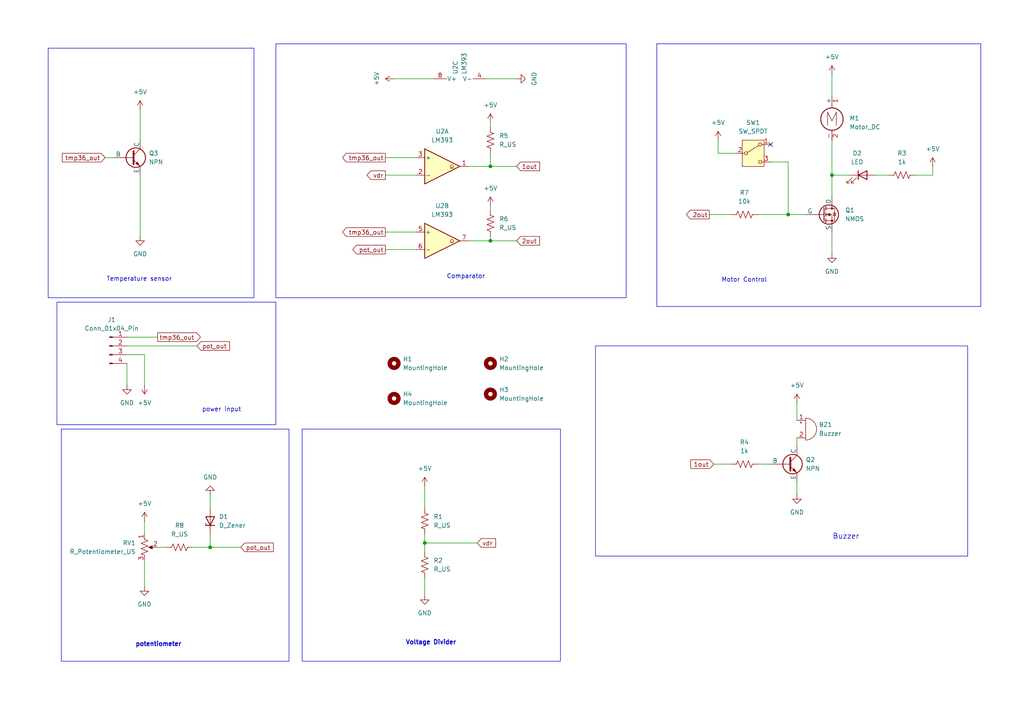
<source format=kicad_sch>
(kicad_sch
	(version 20250114)
	(generator "eeschema")
	(generator_version "9.0")
	(uuid "b59ea855-4616-45c2-a7f1-e4e55e244cef")
	(paper "A4")
	(lib_symbols
		(symbol "Comparator:LM393"
			(pin_names
				(offset 0.127)
			)
			(exclude_from_sim no)
			(in_bom yes)
			(on_board yes)
			(property "Reference" "U"
				(at 3.81 3.81 0)
				(effects
					(font
						(size 1.27 1.27)
					)
				)
			)
			(property "Value" "LM393"
				(at 6.35 -3.81 0)
				(effects
					(font
						(size 1.27 1.27)
					)
				)
			)
			(property "Footprint" ""
				(at 0 0 0)
				(effects
					(font
						(size 1.27 1.27)
					)
					(hide yes)
				)
			)
			(property "Datasheet" "http://www.ti.com/lit/ds/symlink/lm393.pdf"
				(at 0 0 0)
				(effects
					(font
						(size 1.27 1.27)
					)
					(hide yes)
				)
			)
			(property "Description" "Low-Power, Low-Offset Voltage, Dual Comparators, DIP-8/SOIC-8/TO-99-8"
				(at 0 0 0)
				(effects
					(font
						(size 1.27 1.27)
					)
					(hide yes)
				)
			)
			(property "ki_locked" ""
				(at 0 0 0)
				(effects
					(font
						(size 1.27 1.27)
					)
				)
			)
			(property "ki_keywords" "cmp open collector"
				(at 0 0 0)
				(effects
					(font
						(size 1.27 1.27)
					)
					(hide yes)
				)
			)
			(property "ki_fp_filters" "SOIC*3.9x4.9mm*P1.27mm* DIP*W7.62mm* SOP*5.28x5.23mm*P1.27mm* VSSOP*3x3mm*P0.65mm* TSSOP*4.4x3mm*P0.65mm*"
				(at 0 0 0)
				(effects
					(font
						(size 1.27 1.27)
					)
					(hide yes)
				)
			)
			(symbol "LM393_1_1"
				(polyline
					(pts
						(xy -5.08 5.08) (xy 5.08 0) (xy -5.08 -5.08) (xy -5.08 5.08)
					)
					(stroke
						(width 0.254)
						(type default)
					)
					(fill
						(type background)
					)
				)
				(polyline
					(pts
						(xy 3.302 -0.508) (xy 2.794 -0.508) (xy 3.302 0) (xy 2.794 0.508) (xy 2.286 0) (xy 2.794 -0.508)
						(xy 2.286 -0.508)
					)
					(stroke
						(width 0.127)
						(type default)
					)
					(fill
						(type none)
					)
				)
				(pin input line
					(at -7.62 2.54 0)
					(length 2.54)
					(name "+"
						(effects
							(font
								(size 1.27 1.27)
							)
						)
					)
					(number "3"
						(effects
							(font
								(size 1.27 1.27)
							)
						)
					)
				)
				(pin input line
					(at -7.62 -2.54 0)
					(length 2.54)
					(name "-"
						(effects
							(font
								(size 1.27 1.27)
							)
						)
					)
					(number "2"
						(effects
							(font
								(size 1.27 1.27)
							)
						)
					)
				)
				(pin open_collector line
					(at 7.62 0 180)
					(length 2.54)
					(name "~"
						(effects
							(font
								(size 1.27 1.27)
							)
						)
					)
					(number "1"
						(effects
							(font
								(size 1.27 1.27)
							)
						)
					)
				)
			)
			(symbol "LM393_2_1"
				(polyline
					(pts
						(xy -5.08 5.08) (xy 5.08 0) (xy -5.08 -5.08) (xy -5.08 5.08)
					)
					(stroke
						(width 0.254)
						(type default)
					)
					(fill
						(type background)
					)
				)
				(polyline
					(pts
						(xy 3.302 -0.508) (xy 2.794 -0.508) (xy 3.302 0) (xy 2.794 0.508) (xy 2.286 0) (xy 2.794 -0.508)
						(xy 2.286 -0.508)
					)
					(stroke
						(width 0.127)
						(type default)
					)
					(fill
						(type none)
					)
				)
				(pin input line
					(at -7.62 2.54 0)
					(length 2.54)
					(name "+"
						(effects
							(font
								(size 1.27 1.27)
							)
						)
					)
					(number "5"
						(effects
							(font
								(size 1.27 1.27)
							)
						)
					)
				)
				(pin input line
					(at -7.62 -2.54 0)
					(length 2.54)
					(name "-"
						(effects
							(font
								(size 1.27 1.27)
							)
						)
					)
					(number "6"
						(effects
							(font
								(size 1.27 1.27)
							)
						)
					)
				)
				(pin open_collector line
					(at 7.62 0 180)
					(length 2.54)
					(name "~"
						(effects
							(font
								(size 1.27 1.27)
							)
						)
					)
					(number "7"
						(effects
							(font
								(size 1.27 1.27)
							)
						)
					)
				)
			)
			(symbol "LM393_3_1"
				(pin power_in line
					(at -2.54 7.62 270)
					(length 3.81)
					(name "V+"
						(effects
							(font
								(size 1.27 1.27)
							)
						)
					)
					(number "8"
						(effects
							(font
								(size 1.27 1.27)
							)
						)
					)
				)
				(pin power_in line
					(at -2.54 -7.62 90)
					(length 3.81)
					(name "V-"
						(effects
							(font
								(size 1.27 1.27)
							)
						)
					)
					(number "4"
						(effects
							(font
								(size 1.27 1.27)
							)
						)
					)
				)
			)
			(embedded_fonts no)
		)
		(symbol "Connector:Conn_01x04_Pin"
			(pin_names
				(offset 1.016)
				(hide yes)
			)
			(exclude_from_sim no)
			(in_bom yes)
			(on_board yes)
			(property "Reference" "J"
				(at 0 5.08 0)
				(effects
					(font
						(size 1.27 1.27)
					)
				)
			)
			(property "Value" "Conn_01x04_Pin"
				(at 0 -7.62 0)
				(effects
					(font
						(size 1.27 1.27)
					)
				)
			)
			(property "Footprint" ""
				(at 0 0 0)
				(effects
					(font
						(size 1.27 1.27)
					)
					(hide yes)
				)
			)
			(property "Datasheet" "~"
				(at 0 0 0)
				(effects
					(font
						(size 1.27 1.27)
					)
					(hide yes)
				)
			)
			(property "Description" "Generic connector, single row, 01x04, script generated"
				(at 0 0 0)
				(effects
					(font
						(size 1.27 1.27)
					)
					(hide yes)
				)
			)
			(property "ki_locked" ""
				(at 0 0 0)
				(effects
					(font
						(size 1.27 1.27)
					)
				)
			)
			(property "ki_keywords" "connector"
				(at 0 0 0)
				(effects
					(font
						(size 1.27 1.27)
					)
					(hide yes)
				)
			)
			(property "ki_fp_filters" "Connector*:*_1x??_*"
				(at 0 0 0)
				(effects
					(font
						(size 1.27 1.27)
					)
					(hide yes)
				)
			)
			(symbol "Conn_01x04_Pin_1_1"
				(rectangle
					(start 0.8636 2.667)
					(end 0 2.413)
					(stroke
						(width 0.1524)
						(type default)
					)
					(fill
						(type outline)
					)
				)
				(rectangle
					(start 0.8636 0.127)
					(end 0 -0.127)
					(stroke
						(width 0.1524)
						(type default)
					)
					(fill
						(type outline)
					)
				)
				(rectangle
					(start 0.8636 -2.413)
					(end 0 -2.667)
					(stroke
						(width 0.1524)
						(type default)
					)
					(fill
						(type outline)
					)
				)
				(rectangle
					(start 0.8636 -4.953)
					(end 0 -5.207)
					(stroke
						(width 0.1524)
						(type default)
					)
					(fill
						(type outline)
					)
				)
				(polyline
					(pts
						(xy 1.27 2.54) (xy 0.8636 2.54)
					)
					(stroke
						(width 0.1524)
						(type default)
					)
					(fill
						(type none)
					)
				)
				(polyline
					(pts
						(xy 1.27 0) (xy 0.8636 0)
					)
					(stroke
						(width 0.1524)
						(type default)
					)
					(fill
						(type none)
					)
				)
				(polyline
					(pts
						(xy 1.27 -2.54) (xy 0.8636 -2.54)
					)
					(stroke
						(width 0.1524)
						(type default)
					)
					(fill
						(type none)
					)
				)
				(polyline
					(pts
						(xy 1.27 -5.08) (xy 0.8636 -5.08)
					)
					(stroke
						(width 0.1524)
						(type default)
					)
					(fill
						(type none)
					)
				)
				(pin passive line
					(at 5.08 2.54 180)
					(length 3.81)
					(name "Pin_1"
						(effects
							(font
								(size 1.27 1.27)
							)
						)
					)
					(number "1"
						(effects
							(font
								(size 1.27 1.27)
							)
						)
					)
				)
				(pin passive line
					(at 5.08 0 180)
					(length 3.81)
					(name "Pin_2"
						(effects
							(font
								(size 1.27 1.27)
							)
						)
					)
					(number "2"
						(effects
							(font
								(size 1.27 1.27)
							)
						)
					)
				)
				(pin passive line
					(at 5.08 -2.54 180)
					(length 3.81)
					(name "Pin_3"
						(effects
							(font
								(size 1.27 1.27)
							)
						)
					)
					(number "3"
						(effects
							(font
								(size 1.27 1.27)
							)
						)
					)
				)
				(pin passive line
					(at 5.08 -5.08 180)
					(length 3.81)
					(name "Pin_4"
						(effects
							(font
								(size 1.27 1.27)
							)
						)
					)
					(number "4"
						(effects
							(font
								(size 1.27 1.27)
							)
						)
					)
				)
			)
			(embedded_fonts no)
		)
		(symbol "Device:Buzzer"
			(pin_names
				(offset 0.0254)
				(hide yes)
			)
			(exclude_from_sim no)
			(in_bom yes)
			(on_board yes)
			(property "Reference" "BZ"
				(at 3.81 1.27 0)
				(effects
					(font
						(size 1.27 1.27)
					)
					(justify left)
				)
			)
			(property "Value" "Buzzer"
				(at 3.81 -1.27 0)
				(effects
					(font
						(size 1.27 1.27)
					)
					(justify left)
				)
			)
			(property "Footprint" ""
				(at -0.635 2.54 90)
				(effects
					(font
						(size 1.27 1.27)
					)
					(hide yes)
				)
			)
			(property "Datasheet" "~"
				(at -0.635 2.54 90)
				(effects
					(font
						(size 1.27 1.27)
					)
					(hide yes)
				)
			)
			(property "Description" "Buzzer, polarized"
				(at 0 0 0)
				(effects
					(font
						(size 1.27 1.27)
					)
					(hide yes)
				)
			)
			(property "ki_keywords" "quartz resonator ceramic"
				(at 0 0 0)
				(effects
					(font
						(size 1.27 1.27)
					)
					(hide yes)
				)
			)
			(property "ki_fp_filters" "*Buzzer*"
				(at 0 0 0)
				(effects
					(font
						(size 1.27 1.27)
					)
					(hide yes)
				)
			)
			(symbol "Buzzer_0_1"
				(polyline
					(pts
						(xy -1.651 1.905) (xy -1.143 1.905)
					)
					(stroke
						(width 0)
						(type default)
					)
					(fill
						(type none)
					)
				)
				(polyline
					(pts
						(xy -1.397 2.159) (xy -1.397 1.651)
					)
					(stroke
						(width 0)
						(type default)
					)
					(fill
						(type none)
					)
				)
				(arc
					(start 0 3.175)
					(mid 3.1612 0)
					(end 0 -3.175)
					(stroke
						(width 0)
						(type default)
					)
					(fill
						(type none)
					)
				)
				(polyline
					(pts
						(xy 0 3.175) (xy 0 -3.175)
					)
					(stroke
						(width 0)
						(type default)
					)
					(fill
						(type none)
					)
				)
			)
			(symbol "Buzzer_1_1"
				(pin passive line
					(at -2.54 2.54 0)
					(length 2.54)
					(name "+"
						(effects
							(font
								(size 1.27 1.27)
							)
						)
					)
					(number "1"
						(effects
							(font
								(size 1.27 1.27)
							)
						)
					)
				)
				(pin passive line
					(at -2.54 -2.54 0)
					(length 2.54)
					(name "-"
						(effects
							(font
								(size 1.27 1.27)
							)
						)
					)
					(number "2"
						(effects
							(font
								(size 1.27 1.27)
							)
						)
					)
				)
			)
			(embedded_fonts no)
		)
		(symbol "Device:D_Zener"
			(pin_numbers
				(hide yes)
			)
			(pin_names
				(offset 1.016)
				(hide yes)
			)
			(exclude_from_sim no)
			(in_bom yes)
			(on_board yes)
			(property "Reference" "D"
				(at 0 2.54 0)
				(effects
					(font
						(size 1.27 1.27)
					)
				)
			)
			(property "Value" "D_Zener"
				(at 0 -2.54 0)
				(effects
					(font
						(size 1.27 1.27)
					)
				)
			)
			(property "Footprint" ""
				(at 0 0 0)
				(effects
					(font
						(size 1.27 1.27)
					)
					(hide yes)
				)
			)
			(property "Datasheet" "~"
				(at 0 0 0)
				(effects
					(font
						(size 1.27 1.27)
					)
					(hide yes)
				)
			)
			(property "Description" "Zener diode"
				(at 0 0 0)
				(effects
					(font
						(size 1.27 1.27)
					)
					(hide yes)
				)
			)
			(property "ki_keywords" "diode"
				(at 0 0 0)
				(effects
					(font
						(size 1.27 1.27)
					)
					(hide yes)
				)
			)
			(property "ki_fp_filters" "TO-???* *_Diode_* *SingleDiode* D_*"
				(at 0 0 0)
				(effects
					(font
						(size 1.27 1.27)
					)
					(hide yes)
				)
			)
			(symbol "D_Zener_0_1"
				(polyline
					(pts
						(xy -1.27 -1.27) (xy -1.27 1.27) (xy -0.762 1.27)
					)
					(stroke
						(width 0.254)
						(type default)
					)
					(fill
						(type none)
					)
				)
				(polyline
					(pts
						(xy 1.27 0) (xy -1.27 0)
					)
					(stroke
						(width 0)
						(type default)
					)
					(fill
						(type none)
					)
				)
				(polyline
					(pts
						(xy 1.27 -1.27) (xy 1.27 1.27) (xy -1.27 0) (xy 1.27 -1.27)
					)
					(stroke
						(width 0.254)
						(type default)
					)
					(fill
						(type none)
					)
				)
			)
			(symbol "D_Zener_1_1"
				(pin passive line
					(at -3.81 0 0)
					(length 2.54)
					(name "K"
						(effects
							(font
								(size 1.27 1.27)
							)
						)
					)
					(number "1"
						(effects
							(font
								(size 1.27 1.27)
							)
						)
					)
				)
				(pin passive line
					(at 3.81 0 180)
					(length 2.54)
					(name "A"
						(effects
							(font
								(size 1.27 1.27)
							)
						)
					)
					(number "2"
						(effects
							(font
								(size 1.27 1.27)
							)
						)
					)
				)
			)
			(embedded_fonts no)
		)
		(symbol "Device:LED"
			(pin_numbers
				(hide yes)
			)
			(pin_names
				(offset 1.016)
				(hide yes)
			)
			(exclude_from_sim no)
			(in_bom yes)
			(on_board yes)
			(property "Reference" "D"
				(at 0 2.54 0)
				(effects
					(font
						(size 1.27 1.27)
					)
				)
			)
			(property "Value" "LED"
				(at 0 -2.54 0)
				(effects
					(font
						(size 1.27 1.27)
					)
				)
			)
			(property "Footprint" ""
				(at 0 0 0)
				(effects
					(font
						(size 1.27 1.27)
					)
					(hide yes)
				)
			)
			(property "Datasheet" "~"
				(at 0 0 0)
				(effects
					(font
						(size 1.27 1.27)
					)
					(hide yes)
				)
			)
			(property "Description" "Light emitting diode"
				(at 0 0 0)
				(effects
					(font
						(size 1.27 1.27)
					)
					(hide yes)
				)
			)
			(property "Sim.Pins" "1=K 2=A"
				(at 0 0 0)
				(effects
					(font
						(size 1.27 1.27)
					)
					(hide yes)
				)
			)
			(property "ki_keywords" "LED diode"
				(at 0 0 0)
				(effects
					(font
						(size 1.27 1.27)
					)
					(hide yes)
				)
			)
			(property "ki_fp_filters" "LED* LED_SMD:* LED_THT:*"
				(at 0 0 0)
				(effects
					(font
						(size 1.27 1.27)
					)
					(hide yes)
				)
			)
			(symbol "LED_0_1"
				(polyline
					(pts
						(xy -3.048 -0.762) (xy -4.572 -2.286) (xy -3.81 -2.286) (xy -4.572 -2.286) (xy -4.572 -1.524)
					)
					(stroke
						(width 0)
						(type default)
					)
					(fill
						(type none)
					)
				)
				(polyline
					(pts
						(xy -1.778 -0.762) (xy -3.302 -2.286) (xy -2.54 -2.286) (xy -3.302 -2.286) (xy -3.302 -1.524)
					)
					(stroke
						(width 0)
						(type default)
					)
					(fill
						(type none)
					)
				)
				(polyline
					(pts
						(xy -1.27 0) (xy 1.27 0)
					)
					(stroke
						(width 0)
						(type default)
					)
					(fill
						(type none)
					)
				)
				(polyline
					(pts
						(xy -1.27 -1.27) (xy -1.27 1.27)
					)
					(stroke
						(width 0.254)
						(type default)
					)
					(fill
						(type none)
					)
				)
				(polyline
					(pts
						(xy 1.27 -1.27) (xy 1.27 1.27) (xy -1.27 0) (xy 1.27 -1.27)
					)
					(stroke
						(width 0.254)
						(type default)
					)
					(fill
						(type none)
					)
				)
			)
			(symbol "LED_1_1"
				(pin passive line
					(at -3.81 0 0)
					(length 2.54)
					(name "K"
						(effects
							(font
								(size 1.27 1.27)
							)
						)
					)
					(number "1"
						(effects
							(font
								(size 1.27 1.27)
							)
						)
					)
				)
				(pin passive line
					(at 3.81 0 180)
					(length 2.54)
					(name "A"
						(effects
							(font
								(size 1.27 1.27)
							)
						)
					)
					(number "2"
						(effects
							(font
								(size 1.27 1.27)
							)
						)
					)
				)
			)
			(embedded_fonts no)
		)
		(symbol "Device:R_Potentiometer_US"
			(pin_names
				(offset 1.016)
				(hide yes)
			)
			(exclude_from_sim no)
			(in_bom yes)
			(on_board yes)
			(property "Reference" "RV"
				(at -4.445 0 90)
				(effects
					(font
						(size 1.27 1.27)
					)
				)
			)
			(property "Value" "R_Potentiometer_US"
				(at -2.54 0 90)
				(effects
					(font
						(size 1.27 1.27)
					)
				)
			)
			(property "Footprint" ""
				(at 0 0 0)
				(effects
					(font
						(size 1.27 1.27)
					)
					(hide yes)
				)
			)
			(property "Datasheet" "~"
				(at 0 0 0)
				(effects
					(font
						(size 1.27 1.27)
					)
					(hide yes)
				)
			)
			(property "Description" "Potentiometer, US symbol"
				(at 0 0 0)
				(effects
					(font
						(size 1.27 1.27)
					)
					(hide yes)
				)
			)
			(property "ki_keywords" "resistor variable"
				(at 0 0 0)
				(effects
					(font
						(size 1.27 1.27)
					)
					(hide yes)
				)
			)
			(property "ki_fp_filters" "Potentiometer*"
				(at 0 0 0)
				(effects
					(font
						(size 1.27 1.27)
					)
					(hide yes)
				)
			)
			(symbol "R_Potentiometer_US_0_1"
				(polyline
					(pts
						(xy 0 2.54) (xy 0 2.286)
					)
					(stroke
						(width 0)
						(type default)
					)
					(fill
						(type none)
					)
				)
				(polyline
					(pts
						(xy 0 2.286) (xy 1.016 1.905) (xy 0 1.524) (xy -1.016 1.143) (xy 0 0.762)
					)
					(stroke
						(width 0)
						(type default)
					)
					(fill
						(type none)
					)
				)
				(polyline
					(pts
						(xy 0 0.762) (xy 1.016 0.381) (xy 0 0) (xy -1.016 -0.381) (xy 0 -0.762)
					)
					(stroke
						(width 0)
						(type default)
					)
					(fill
						(type none)
					)
				)
				(polyline
					(pts
						(xy 0 -0.762) (xy 1.016 -1.143) (xy 0 -1.524) (xy -1.016 -1.905) (xy 0 -2.286)
					)
					(stroke
						(width 0)
						(type default)
					)
					(fill
						(type none)
					)
				)
				(polyline
					(pts
						(xy 0 -2.286) (xy 0 -2.54)
					)
					(stroke
						(width 0)
						(type default)
					)
					(fill
						(type none)
					)
				)
				(polyline
					(pts
						(xy 1.143 0) (xy 2.286 0.508) (xy 2.286 -0.508) (xy 1.143 0)
					)
					(stroke
						(width 0)
						(type default)
					)
					(fill
						(type outline)
					)
				)
				(polyline
					(pts
						(xy 2.54 0) (xy 1.524 0)
					)
					(stroke
						(width 0)
						(type default)
					)
					(fill
						(type none)
					)
				)
			)
			(symbol "R_Potentiometer_US_1_1"
				(pin passive line
					(at 0 3.81 270)
					(length 1.27)
					(name "1"
						(effects
							(font
								(size 1.27 1.27)
							)
						)
					)
					(number "1"
						(effects
							(font
								(size 1.27 1.27)
							)
						)
					)
				)
				(pin passive line
					(at 0 -3.81 90)
					(length 1.27)
					(name "3"
						(effects
							(font
								(size 1.27 1.27)
							)
						)
					)
					(number "3"
						(effects
							(font
								(size 1.27 1.27)
							)
						)
					)
				)
				(pin passive line
					(at 3.81 0 180)
					(length 1.27)
					(name "2"
						(effects
							(font
								(size 1.27 1.27)
							)
						)
					)
					(number "2"
						(effects
							(font
								(size 1.27 1.27)
							)
						)
					)
				)
			)
			(embedded_fonts no)
		)
		(symbol "Device:R_US"
			(pin_numbers
				(hide yes)
			)
			(pin_names
				(offset 0)
			)
			(exclude_from_sim no)
			(in_bom yes)
			(on_board yes)
			(property "Reference" "R"
				(at 2.54 0 90)
				(effects
					(font
						(size 1.27 1.27)
					)
				)
			)
			(property "Value" "R_US"
				(at -2.54 0 90)
				(effects
					(font
						(size 1.27 1.27)
					)
				)
			)
			(property "Footprint" ""
				(at 1.016 -0.254 90)
				(effects
					(font
						(size 1.27 1.27)
					)
					(hide yes)
				)
			)
			(property "Datasheet" "~"
				(at 0 0 0)
				(effects
					(font
						(size 1.27 1.27)
					)
					(hide yes)
				)
			)
			(property "Description" "Resistor, US symbol"
				(at 0 0 0)
				(effects
					(font
						(size 1.27 1.27)
					)
					(hide yes)
				)
			)
			(property "ki_keywords" "R res resistor"
				(at 0 0 0)
				(effects
					(font
						(size 1.27 1.27)
					)
					(hide yes)
				)
			)
			(property "ki_fp_filters" "R_*"
				(at 0 0 0)
				(effects
					(font
						(size 1.27 1.27)
					)
					(hide yes)
				)
			)
			(symbol "R_US_0_1"
				(polyline
					(pts
						(xy 0 2.286) (xy 0 2.54)
					)
					(stroke
						(width 0)
						(type default)
					)
					(fill
						(type none)
					)
				)
				(polyline
					(pts
						(xy 0 2.286) (xy 1.016 1.905) (xy 0 1.524) (xy -1.016 1.143) (xy 0 0.762)
					)
					(stroke
						(width 0)
						(type default)
					)
					(fill
						(type none)
					)
				)
				(polyline
					(pts
						(xy 0 0.762) (xy 1.016 0.381) (xy 0 0) (xy -1.016 -0.381) (xy 0 -0.762)
					)
					(stroke
						(width 0)
						(type default)
					)
					(fill
						(type none)
					)
				)
				(polyline
					(pts
						(xy 0 -0.762) (xy 1.016 -1.143) (xy 0 -1.524) (xy -1.016 -1.905) (xy 0 -2.286)
					)
					(stroke
						(width 0)
						(type default)
					)
					(fill
						(type none)
					)
				)
				(polyline
					(pts
						(xy 0 -2.286) (xy 0 -2.54)
					)
					(stroke
						(width 0)
						(type default)
					)
					(fill
						(type none)
					)
				)
			)
			(symbol "R_US_1_1"
				(pin passive line
					(at 0 3.81 270)
					(length 1.27)
					(name "~"
						(effects
							(font
								(size 1.27 1.27)
							)
						)
					)
					(number "1"
						(effects
							(font
								(size 1.27 1.27)
							)
						)
					)
				)
				(pin passive line
					(at 0 -3.81 90)
					(length 1.27)
					(name "~"
						(effects
							(font
								(size 1.27 1.27)
							)
						)
					)
					(number "2"
						(effects
							(font
								(size 1.27 1.27)
							)
						)
					)
				)
			)
			(embedded_fonts no)
		)
		(symbol "Mechanical:MountingHole"
			(pin_names
				(offset 1.016)
			)
			(exclude_from_sim no)
			(in_bom no)
			(on_board yes)
			(property "Reference" "H"
				(at 0 5.08 0)
				(effects
					(font
						(size 1.27 1.27)
					)
				)
			)
			(property "Value" "MountingHole"
				(at 0 3.175 0)
				(effects
					(font
						(size 1.27 1.27)
					)
				)
			)
			(property "Footprint" ""
				(at 0 0 0)
				(effects
					(font
						(size 1.27 1.27)
					)
					(hide yes)
				)
			)
			(property "Datasheet" "~"
				(at 0 0 0)
				(effects
					(font
						(size 1.27 1.27)
					)
					(hide yes)
				)
			)
			(property "Description" "Mounting Hole without connection"
				(at 0 0 0)
				(effects
					(font
						(size 1.27 1.27)
					)
					(hide yes)
				)
			)
			(property "ki_keywords" "mounting hole"
				(at 0 0 0)
				(effects
					(font
						(size 1.27 1.27)
					)
					(hide yes)
				)
			)
			(property "ki_fp_filters" "MountingHole*"
				(at 0 0 0)
				(effects
					(font
						(size 1.27 1.27)
					)
					(hide yes)
				)
			)
			(symbol "MountingHole_0_1"
				(circle
					(center 0 0)
					(radius 1.27)
					(stroke
						(width 1.27)
						(type default)
					)
					(fill
						(type none)
					)
				)
			)
			(embedded_fonts no)
		)
		(symbol "Motor:Motor_DC"
			(pin_names
				(offset 0)
			)
			(exclude_from_sim no)
			(in_bom yes)
			(on_board yes)
			(property "Reference" "M"
				(at 2.54 2.54 0)
				(effects
					(font
						(size 1.27 1.27)
					)
					(justify left)
				)
			)
			(property "Value" "Motor_DC"
				(at 2.54 -5.08 0)
				(effects
					(font
						(size 1.27 1.27)
					)
					(justify left top)
				)
			)
			(property "Footprint" ""
				(at 0 -2.286 0)
				(effects
					(font
						(size 1.27 1.27)
					)
					(hide yes)
				)
			)
			(property "Datasheet" "~"
				(at 0 -2.286 0)
				(effects
					(font
						(size 1.27 1.27)
					)
					(hide yes)
				)
			)
			(property "Description" "DC Motor"
				(at 0 0 0)
				(effects
					(font
						(size 1.27 1.27)
					)
					(hide yes)
				)
			)
			(property "ki_keywords" "DC Motor"
				(at 0 0 0)
				(effects
					(font
						(size 1.27 1.27)
					)
					(hide yes)
				)
			)
			(property "ki_fp_filters" "PinHeader*P2.54mm* TerminalBlock*"
				(at 0 0 0)
				(effects
					(font
						(size 1.27 1.27)
					)
					(hide yes)
				)
			)
			(symbol "Motor_DC_0_0"
				(polyline
					(pts
						(xy -1.27 -3.302) (xy -1.27 0.508) (xy 0 -2.032) (xy 1.27 0.508) (xy 1.27 -3.302)
					)
					(stroke
						(width 0)
						(type default)
					)
					(fill
						(type none)
					)
				)
			)
			(symbol "Motor_DC_0_1"
				(polyline
					(pts
						(xy 0 2.032) (xy 0 2.54)
					)
					(stroke
						(width 0)
						(type default)
					)
					(fill
						(type none)
					)
				)
				(polyline
					(pts
						(xy 0 1.7272) (xy 0 2.0828)
					)
					(stroke
						(width 0)
						(type default)
					)
					(fill
						(type none)
					)
				)
				(circle
					(center 0 -1.524)
					(radius 3.2512)
					(stroke
						(width 0.254)
						(type default)
					)
					(fill
						(type none)
					)
				)
				(polyline
					(pts
						(xy 0 -4.7752) (xy 0 -5.1816)
					)
					(stroke
						(width 0)
						(type default)
					)
					(fill
						(type none)
					)
				)
				(polyline
					(pts
						(xy 0 -7.62) (xy 0 -7.112)
					)
					(stroke
						(width 0)
						(type default)
					)
					(fill
						(type none)
					)
				)
			)
			(symbol "Motor_DC_1_1"
				(pin passive line
					(at 0 5.08 270)
					(length 2.54)
					(name "+"
						(effects
							(font
								(size 1.27 1.27)
							)
						)
					)
					(number "1"
						(effects
							(font
								(size 1.27 1.27)
							)
						)
					)
				)
				(pin passive line
					(at 0 -7.62 90)
					(length 2.54)
					(name "-"
						(effects
							(font
								(size 1.27 1.27)
							)
						)
					)
					(number "2"
						(effects
							(font
								(size 1.27 1.27)
							)
						)
					)
				)
			)
			(embedded_fonts no)
		)
		(symbol "Simulation_SPICE:NMOS"
			(pin_numbers
				(hide yes)
			)
			(pin_names
				(offset 0)
			)
			(exclude_from_sim no)
			(in_bom yes)
			(on_board yes)
			(property "Reference" "Q"
				(at 5.08 1.27 0)
				(effects
					(font
						(size 1.27 1.27)
					)
					(justify left)
				)
			)
			(property "Value" "NMOS"
				(at 5.08 -1.27 0)
				(effects
					(font
						(size 1.27 1.27)
					)
					(justify left)
				)
			)
			(property "Footprint" ""
				(at 5.08 2.54 0)
				(effects
					(font
						(size 1.27 1.27)
					)
					(hide yes)
				)
			)
			(property "Datasheet" "https://ngspice.sourceforge.io/docs/ngspice-html-manual/manual.xhtml#cha_MOSFETs"
				(at 0 -12.7 0)
				(effects
					(font
						(size 1.27 1.27)
					)
					(hide yes)
				)
			)
			(property "Description" "N-MOSFET transistor, drain/source/gate"
				(at 0 0 0)
				(effects
					(font
						(size 1.27 1.27)
					)
					(hide yes)
				)
			)
			(property "Sim.Device" "NMOS"
				(at 0 -17.145 0)
				(effects
					(font
						(size 1.27 1.27)
					)
					(hide yes)
				)
			)
			(property "Sim.Type" "VDMOS"
				(at 0 -19.05 0)
				(effects
					(font
						(size 1.27 1.27)
					)
					(hide yes)
				)
			)
			(property "Sim.Pins" "1=D 2=G 3=S"
				(at 0 -15.24 0)
				(effects
					(font
						(size 1.27 1.27)
					)
					(hide yes)
				)
			)
			(property "ki_keywords" "transistor NMOS N-MOS N-MOSFET simulation"
				(at 0 0 0)
				(effects
					(font
						(size 1.27 1.27)
					)
					(hide yes)
				)
			)
			(symbol "NMOS_0_1"
				(polyline
					(pts
						(xy 0.254 1.905) (xy 0.254 -1.905)
					)
					(stroke
						(width 0.254)
						(type default)
					)
					(fill
						(type none)
					)
				)
				(polyline
					(pts
						(xy 0.254 0) (xy -2.54 0)
					)
					(stroke
						(width 0)
						(type default)
					)
					(fill
						(type none)
					)
				)
				(polyline
					(pts
						(xy 0.762 2.286) (xy 0.762 1.27)
					)
					(stroke
						(width 0.254)
						(type default)
					)
					(fill
						(type none)
					)
				)
				(polyline
					(pts
						(xy 0.762 0.508) (xy 0.762 -0.508)
					)
					(stroke
						(width 0.254)
						(type default)
					)
					(fill
						(type none)
					)
				)
				(polyline
					(pts
						(xy 0.762 -1.27) (xy 0.762 -2.286)
					)
					(stroke
						(width 0.254)
						(type default)
					)
					(fill
						(type none)
					)
				)
				(polyline
					(pts
						(xy 0.762 -1.778) (xy 3.302 -1.778) (xy 3.302 1.778) (xy 0.762 1.778)
					)
					(stroke
						(width 0)
						(type default)
					)
					(fill
						(type none)
					)
				)
				(polyline
					(pts
						(xy 1.016 0) (xy 2.032 0.381) (xy 2.032 -0.381) (xy 1.016 0)
					)
					(stroke
						(width 0)
						(type default)
					)
					(fill
						(type outline)
					)
				)
				(circle
					(center 1.651 0)
					(radius 2.794)
					(stroke
						(width 0.254)
						(type default)
					)
					(fill
						(type none)
					)
				)
				(polyline
					(pts
						(xy 2.54 2.54) (xy 2.54 1.778)
					)
					(stroke
						(width 0)
						(type default)
					)
					(fill
						(type none)
					)
				)
				(circle
					(center 2.54 1.778)
					(radius 0.254)
					(stroke
						(width 0)
						(type default)
					)
					(fill
						(type outline)
					)
				)
				(circle
					(center 2.54 -1.778)
					(radius 0.254)
					(stroke
						(width 0)
						(type default)
					)
					(fill
						(type outline)
					)
				)
				(polyline
					(pts
						(xy 2.54 -2.54) (xy 2.54 0) (xy 0.762 0)
					)
					(stroke
						(width 0)
						(type default)
					)
					(fill
						(type none)
					)
				)
				(polyline
					(pts
						(xy 2.794 0.508) (xy 2.921 0.381) (xy 3.683 0.381) (xy 3.81 0.254)
					)
					(stroke
						(width 0)
						(type default)
					)
					(fill
						(type none)
					)
				)
				(polyline
					(pts
						(xy 3.302 0.381) (xy 2.921 -0.254) (xy 3.683 -0.254) (xy 3.302 0.381)
					)
					(stroke
						(width 0)
						(type default)
					)
					(fill
						(type none)
					)
				)
			)
			(symbol "NMOS_1_1"
				(pin input line
					(at -5.08 0 0)
					(length 2.54)
					(name "G"
						(effects
							(font
								(size 1.27 1.27)
							)
						)
					)
					(number "2"
						(effects
							(font
								(size 1.27 1.27)
							)
						)
					)
				)
				(pin passive line
					(at 2.54 5.08 270)
					(length 2.54)
					(name "D"
						(effects
							(font
								(size 1.27 1.27)
							)
						)
					)
					(number "1"
						(effects
							(font
								(size 1.27 1.27)
							)
						)
					)
				)
				(pin passive line
					(at 2.54 -5.08 90)
					(length 2.54)
					(name "S"
						(effects
							(font
								(size 1.27 1.27)
							)
						)
					)
					(number "3"
						(effects
							(font
								(size 1.27 1.27)
							)
						)
					)
				)
			)
			(embedded_fonts no)
		)
		(symbol "Simulation_SPICE:NPN"
			(pin_numbers
				(hide yes)
			)
			(pin_names
				(offset 0)
			)
			(exclude_from_sim no)
			(in_bom yes)
			(on_board yes)
			(property "Reference" "Q"
				(at -2.54 7.62 0)
				(effects
					(font
						(size 1.27 1.27)
					)
				)
			)
			(property "Value" "NPN"
				(at -2.54 5.08 0)
				(effects
					(font
						(size 1.27 1.27)
					)
				)
			)
			(property "Footprint" ""
				(at 63.5 0 0)
				(effects
					(font
						(size 1.27 1.27)
					)
					(hide yes)
				)
			)
			(property "Datasheet" "https://ngspice.sourceforge.io/docs/ngspice-html-manual/manual.xhtml#cha_BJTs"
				(at 63.5 0 0)
				(effects
					(font
						(size 1.27 1.27)
					)
					(hide yes)
				)
			)
			(property "Description" "Bipolar transistor symbol for simulation only, substrate tied to the emitter"
				(at 0 0 0)
				(effects
					(font
						(size 1.27 1.27)
					)
					(hide yes)
				)
			)
			(property "Sim.Device" "NPN"
				(at 0 0 0)
				(effects
					(font
						(size 1.27 1.27)
					)
					(hide yes)
				)
			)
			(property "Sim.Type" "GUMMELPOON"
				(at 0 0 0)
				(effects
					(font
						(size 1.27 1.27)
					)
					(hide yes)
				)
			)
			(property "Sim.Pins" "1=C 2=B 3=E"
				(at 0 0 0)
				(effects
					(font
						(size 1.27 1.27)
					)
					(hide yes)
				)
			)
			(property "ki_keywords" "simulation"
				(at 0 0 0)
				(effects
					(font
						(size 1.27 1.27)
					)
					(hide yes)
				)
			)
			(symbol "NPN_0_1"
				(polyline
					(pts
						(xy -2.54 0) (xy 0.635 0)
					)
					(stroke
						(width 0.1524)
						(type default)
					)
					(fill
						(type none)
					)
				)
				(polyline
					(pts
						(xy 0.635 1.905) (xy 0.635 -1.905) (xy 0.635 -1.905)
					)
					(stroke
						(width 0.508)
						(type default)
					)
					(fill
						(type none)
					)
				)
				(polyline
					(pts
						(xy 0.635 0.635) (xy 2.54 2.54)
					)
					(stroke
						(width 0)
						(type default)
					)
					(fill
						(type none)
					)
				)
				(polyline
					(pts
						(xy 0.635 -0.635) (xy 2.54 -2.54) (xy 2.54 -2.54)
					)
					(stroke
						(width 0)
						(type default)
					)
					(fill
						(type none)
					)
				)
				(circle
					(center 1.27 0)
					(radius 2.8194)
					(stroke
						(width 0.254)
						(type default)
					)
					(fill
						(type none)
					)
				)
				(polyline
					(pts
						(xy 1.27 -1.778) (xy 1.778 -1.27) (xy 2.286 -2.286) (xy 1.27 -1.778) (xy 1.27 -1.778)
					)
					(stroke
						(width 0)
						(type default)
					)
					(fill
						(type outline)
					)
				)
				(polyline
					(pts
						(xy 2.794 -1.27) (xy 2.794 -1.27)
					)
					(stroke
						(width 0.1524)
						(type default)
					)
					(fill
						(type none)
					)
				)
				(polyline
					(pts
						(xy 2.794 -1.27) (xy 2.794 -1.27)
					)
					(stroke
						(width 0.1524)
						(type default)
					)
					(fill
						(type none)
					)
				)
			)
			(symbol "NPN_1_1"
				(pin input line
					(at -5.08 0 0)
					(length 2.54)
					(name "B"
						(effects
							(font
								(size 1.27 1.27)
							)
						)
					)
					(number "2"
						(effects
							(font
								(size 1.27 1.27)
							)
						)
					)
				)
				(pin open_collector line
					(at 2.54 5.08 270)
					(length 2.54)
					(name "C"
						(effects
							(font
								(size 1.27 1.27)
							)
						)
					)
					(number "1"
						(effects
							(font
								(size 1.27 1.27)
							)
						)
					)
				)
				(pin open_emitter line
					(at 2.54 -5.08 90)
					(length 2.54)
					(name "E"
						(effects
							(font
								(size 1.27 1.27)
							)
						)
					)
					(number "3"
						(effects
							(font
								(size 1.27 1.27)
							)
						)
					)
				)
			)
			(embedded_fonts no)
		)
		(symbol "Switch:SW_SPDT"
			(pin_names
				(offset 0)
				(hide yes)
			)
			(exclude_from_sim no)
			(in_bom yes)
			(on_board yes)
			(property "Reference" "SW"
				(at 0 5.08 0)
				(effects
					(font
						(size 1.27 1.27)
					)
				)
			)
			(property "Value" "SW_SPDT"
				(at 0 -5.08 0)
				(effects
					(font
						(size 1.27 1.27)
					)
				)
			)
			(property "Footprint" ""
				(at 0 0 0)
				(effects
					(font
						(size 1.27 1.27)
					)
					(hide yes)
				)
			)
			(property "Datasheet" "~"
				(at 0 -7.62 0)
				(effects
					(font
						(size 1.27 1.27)
					)
					(hide yes)
				)
			)
			(property "Description" "Switch, single pole double throw"
				(at 0 0 0)
				(effects
					(font
						(size 1.27 1.27)
					)
					(hide yes)
				)
			)
			(property "ki_keywords" "switch single-pole double-throw spdt ON-ON"
				(at 0 0 0)
				(effects
					(font
						(size 1.27 1.27)
					)
					(hide yes)
				)
			)
			(symbol "SW_SPDT_0_1"
				(circle
					(center -2.032 0)
					(radius 0.4572)
					(stroke
						(width 0)
						(type default)
					)
					(fill
						(type none)
					)
				)
				(polyline
					(pts
						(xy -1.651 0.254) (xy 1.651 2.286)
					)
					(stroke
						(width 0)
						(type default)
					)
					(fill
						(type none)
					)
				)
				(circle
					(center 2.032 2.54)
					(radius 0.4572)
					(stroke
						(width 0)
						(type default)
					)
					(fill
						(type none)
					)
				)
				(circle
					(center 2.032 -2.54)
					(radius 0.4572)
					(stroke
						(width 0)
						(type default)
					)
					(fill
						(type none)
					)
				)
			)
			(symbol "SW_SPDT_1_1"
				(rectangle
					(start -3.175 3.81)
					(end 3.175 -3.81)
					(stroke
						(width 0)
						(type default)
					)
					(fill
						(type background)
					)
				)
				(pin passive line
					(at -5.08 0 0)
					(length 2.54)
					(name "B"
						(effects
							(font
								(size 1.27 1.27)
							)
						)
					)
					(number "2"
						(effects
							(font
								(size 1.27 1.27)
							)
						)
					)
				)
				(pin passive line
					(at 5.08 2.54 180)
					(length 2.54)
					(name "A"
						(effects
							(font
								(size 1.27 1.27)
							)
						)
					)
					(number "1"
						(effects
							(font
								(size 1.27 1.27)
							)
						)
					)
				)
				(pin passive line
					(at 5.08 -2.54 180)
					(length 2.54)
					(name "C"
						(effects
							(font
								(size 1.27 1.27)
							)
						)
					)
					(number "3"
						(effects
							(font
								(size 1.27 1.27)
							)
						)
					)
				)
			)
			(embedded_fonts no)
		)
		(symbol "power:+5V"
			(power)
			(pin_numbers
				(hide yes)
			)
			(pin_names
				(offset 0)
				(hide yes)
			)
			(exclude_from_sim no)
			(in_bom yes)
			(on_board yes)
			(property "Reference" "#PWR"
				(at 0 -3.81 0)
				(effects
					(font
						(size 1.27 1.27)
					)
					(hide yes)
				)
			)
			(property "Value" "+5V"
				(at 0 3.556 0)
				(effects
					(font
						(size 1.27 1.27)
					)
				)
			)
			(property "Footprint" ""
				(at 0 0 0)
				(effects
					(font
						(size 1.27 1.27)
					)
					(hide yes)
				)
			)
			(property "Datasheet" ""
				(at 0 0 0)
				(effects
					(font
						(size 1.27 1.27)
					)
					(hide yes)
				)
			)
			(property "Description" "Power symbol creates a global label with name \"+5V\""
				(at 0 0 0)
				(effects
					(font
						(size 1.27 1.27)
					)
					(hide yes)
				)
			)
			(property "ki_keywords" "global power"
				(at 0 0 0)
				(effects
					(font
						(size 1.27 1.27)
					)
					(hide yes)
				)
			)
			(symbol "+5V_0_1"
				(polyline
					(pts
						(xy -0.762 1.27) (xy 0 2.54)
					)
					(stroke
						(width 0)
						(type default)
					)
					(fill
						(type none)
					)
				)
				(polyline
					(pts
						(xy 0 2.54) (xy 0.762 1.27)
					)
					(stroke
						(width 0)
						(type default)
					)
					(fill
						(type none)
					)
				)
				(polyline
					(pts
						(xy 0 0) (xy 0 2.54)
					)
					(stroke
						(width 0)
						(type default)
					)
					(fill
						(type none)
					)
				)
			)
			(symbol "+5V_1_1"
				(pin power_in line
					(at 0 0 90)
					(length 0)
					(name "~"
						(effects
							(font
								(size 1.27 1.27)
							)
						)
					)
					(number "1"
						(effects
							(font
								(size 1.27 1.27)
							)
						)
					)
				)
			)
			(embedded_fonts no)
		)
		(symbol "power:GND"
			(power)
			(pin_numbers
				(hide yes)
			)
			(pin_names
				(offset 0)
				(hide yes)
			)
			(exclude_from_sim no)
			(in_bom yes)
			(on_board yes)
			(property "Reference" "#PWR"
				(at 0 -6.35 0)
				(effects
					(font
						(size 1.27 1.27)
					)
					(hide yes)
				)
			)
			(property "Value" "GND"
				(at 0 -3.81 0)
				(effects
					(font
						(size 1.27 1.27)
					)
				)
			)
			(property "Footprint" ""
				(at 0 0 0)
				(effects
					(font
						(size 1.27 1.27)
					)
					(hide yes)
				)
			)
			(property "Datasheet" ""
				(at 0 0 0)
				(effects
					(font
						(size 1.27 1.27)
					)
					(hide yes)
				)
			)
			(property "Description" "Power symbol creates a global label with name \"GND\" , ground"
				(at 0 0 0)
				(effects
					(font
						(size 1.27 1.27)
					)
					(hide yes)
				)
			)
			(property "ki_keywords" "global power"
				(at 0 0 0)
				(effects
					(font
						(size 1.27 1.27)
					)
					(hide yes)
				)
			)
			(symbol "GND_0_1"
				(polyline
					(pts
						(xy 0 0) (xy 0 -1.27) (xy 1.27 -1.27) (xy 0 -2.54) (xy -1.27 -1.27) (xy 0 -1.27)
					)
					(stroke
						(width 0)
						(type default)
					)
					(fill
						(type none)
					)
				)
			)
			(symbol "GND_1_1"
				(pin power_in line
					(at 0 0 270)
					(length 0)
					(name "~"
						(effects
							(font
								(size 1.27 1.27)
							)
						)
					)
					(number "1"
						(effects
							(font
								(size 1.27 1.27)
							)
						)
					)
				)
			)
			(embedded_fonts no)
		)
	)
	(rectangle
		(start 87.63 124.46)
		(end 162.56 191.77)
		(stroke
			(width 0)
			(type default)
		)
		(fill
			(type none)
		)
		(uuid 01989e62-704f-4437-ab91-cc3dfe408b3e)
	)
	(rectangle
		(start 17.78 124.46)
		(end 83.82 191.77)
		(stroke
			(width 0)
			(type default)
		)
		(fill
			(type none)
		)
		(uuid 21bf2de6-d75a-4c9f-82f5-fbd52aa8d401)
	)
	(rectangle
		(start 80.01 12.7)
		(end 181.61 86.36)
		(stroke
			(width 0)
			(type default)
		)
		(fill
			(type none)
		)
		(uuid 38ccd04d-f7ed-4c59-93e8-7767111c7387)
	)
	(rectangle
		(start 13.97 13.97)
		(end 73.66 86.36)
		(stroke
			(width 0)
			(type default)
		)
		(fill
			(type none)
		)
		(uuid 534e8bad-a65f-4de0-a214-f79a28eb6359)
	)
	(rectangle
		(start 172.72 100.33)
		(end 280.67 161.29)
		(stroke
			(width 0)
			(type default)
		)
		(fill
			(type none)
		)
		(uuid 6aa6d0b4-7453-416a-b5da-23c7e20bec5d)
	)
	(rectangle
		(start 16.51 87.63)
		(end 80.01 123.19)
		(stroke
			(width 0)
			(type default)
		)
		(fill
			(type none)
		)
		(uuid a3855fac-ab3a-438d-adf1-b56f656cb502)
	)
	(rectangle
		(start 190.5 12.7)
		(end 284.48 88.9)
		(stroke
			(width 0)
			(type default)
		)
		(fill
			(type none)
		)
		(uuid d483a8a9-008a-42f1-9921-1bc5399f70f2)
	)
	(text "potentiometer"
		(exclude_from_sim no)
		(at 45.974 186.944 0)
		(effects
			(font
				(size 1.27 1.27)
				(thickness 0.254)
				(bold yes)
			)
		)
		(uuid "09f061bd-3abb-4d4b-b07d-d2e19a5e4eaf")
	)
	(text "Motor Control"
		(exclude_from_sim no)
		(at 215.9 81.28 0)
		(effects
			(font
				(size 1.27 1.27)
			)
		)
		(uuid "0a227559-8518-4814-ae8a-0a5f9f284ae5")
	)
	(text "power input"
		(exclude_from_sim no)
		(at 64.262 118.872 0)
		(effects
			(font
				(size 1.27 1.27)
			)
		)
		(uuid "2db0d0a2-df78-4ae1-87fe-433a053076ef")
	)
	(text "Temperature sensor"
		(exclude_from_sim no)
		(at 40.386 81.026 0)
		(effects
			(font
				(size 1.27 1.27)
			)
		)
		(uuid "36decf50-0926-4c38-bb65-6d669095d0a5")
	)
	(text "Voltage Divider "
		(exclude_from_sim yes)
		(at 125.476 186.436 0)
		(effects
			(font
				(size 1.27 1.27)
				(thickness 0.254)
				(bold yes)
			)
		)
		(uuid "3c534955-265b-467b-a111-338f6c29a219")
	)
	(text "Comparator"
		(exclude_from_sim no)
		(at 135.128 80.264 0)
		(effects
			(font
				(size 1.27 1.27)
				(thickness 0.1588)
			)
		)
		(uuid "7f1abacf-791d-4370-b176-c8f6a29cba62")
	)
	(text "Buzzer"
		(exclude_from_sim yes)
		(at 245.364 155.702 0)
		(effects
			(font
				(size 1.524 1.524)
			)
		)
		(uuid "e0fd6e0d-b626-4c48-97ec-96fb770d6701")
	)
	(junction
		(at 142.24 69.85)
		(diameter 0)
		(color 0 0 0 0)
		(uuid "6bdd945a-6f66-4e11-8075-b8950e8f868f")
	)
	(junction
		(at 228.6 62.23)
		(diameter 0)
		(color 0 0 0 0)
		(uuid "77f6ff0f-56a4-41d3-8a74-49947bff58e5")
	)
	(junction
		(at 241.3 50.8)
		(diameter 0)
		(color 0 0 0 0)
		(uuid "a0454609-e8c6-486d-91fa-1842289d40e2")
	)
	(junction
		(at 142.24 48.26)
		(diameter 0)
		(color 0 0 0 0)
		(uuid "a8e736ba-4de5-4778-ae9c-8133f61be3f8")
	)
	(junction
		(at 123.19 157.48)
		(diameter 0)
		(color 0 0 0 0)
		(uuid "aa3d6231-48fa-45b8-a2bf-73b39ad5d518")
	)
	(junction
		(at 60.96 158.75)
		(diameter 0)
		(color 0 0 0 0)
		(uuid "f5d27493-e573-4483-8d24-b0121f58a4b7")
	)
	(no_connect
		(at 223.52 41.91)
		(uuid "c3cc26f1-7709-4e75-b9b9-5cd37933467e")
	)
	(wire
		(pts
			(xy 36.83 97.79) (xy 45.72 97.79)
		)
		(stroke
			(width 0)
			(type default)
		)
		(uuid "010ab855-186b-4e72-a48f-a7fabf663eca")
	)
	(wire
		(pts
			(xy 254 50.8) (xy 257.81 50.8)
		)
		(stroke
			(width 0)
			(type default)
		)
		(uuid "012e288a-e7ef-45a0-8ecf-ff8a91075603")
	)
	(wire
		(pts
			(xy 123.19 140.97) (xy 123.19 147.32)
		)
		(stroke
			(width 0)
			(type default)
		)
		(uuid "0558e539-edbc-4bd1-b66d-e3f4d4a335bd")
	)
	(wire
		(pts
			(xy 111.76 67.31) (xy 120.65 67.31)
		)
		(stroke
			(width 0)
			(type default)
		)
		(uuid "0986cfd0-aa7f-4da3-98dd-fb77d8e18ae3")
	)
	(wire
		(pts
			(xy 36.83 105.41) (xy 36.83 111.76)
		)
		(stroke
			(width 0)
			(type default)
		)
		(uuid "0b8a0693-4a4a-4e82-8095-a65d3073425b")
	)
	(wire
		(pts
			(xy 246.38 50.8) (xy 241.3 50.8)
		)
		(stroke
			(width 0)
			(type default)
		)
		(uuid "1d7df803-3d59-4077-99d7-c11169046a5d")
	)
	(wire
		(pts
			(xy 111.76 45.72) (xy 120.65 45.72)
		)
		(stroke
			(width 0)
			(type default)
		)
		(uuid "1e155a8c-1b46-431f-9a79-2bf7944cafec")
	)
	(wire
		(pts
			(xy 207.01 134.62) (xy 212.09 134.62)
		)
		(stroke
			(width 0)
			(type default)
		)
		(uuid "27728fa4-ddff-4a71-9667-87ebb76aab21")
	)
	(wire
		(pts
			(xy 208.28 44.45) (xy 213.36 44.45)
		)
		(stroke
			(width 0)
			(type default)
		)
		(uuid "2e301d2e-dc41-403c-9552-4032ae5c8589")
	)
	(wire
		(pts
			(xy 114.3 22.86) (xy 125.73 22.86)
		)
		(stroke
			(width 0)
			(type default)
		)
		(uuid "32f5af55-09f2-44f8-8ff5-3c0a854029b6")
	)
	(wire
		(pts
			(xy 45.72 158.75) (xy 48.26 158.75)
		)
		(stroke
			(width 0)
			(type default)
		)
		(uuid "34bccb8a-6087-4c37-baa6-207feb2d09a7")
	)
	(wire
		(pts
			(xy 219.71 62.23) (xy 228.6 62.23)
		)
		(stroke
			(width 0)
			(type default)
		)
		(uuid "3fef8524-e2d1-466a-b055-3f8bfd87db10")
	)
	(wire
		(pts
			(xy 142.24 68.58) (xy 142.24 69.85)
		)
		(stroke
			(width 0)
			(type default)
		)
		(uuid "48f1fb19-746c-4d4c-a9ef-25106d6ba789")
	)
	(wire
		(pts
			(xy 142.24 35.56) (xy 142.24 36.83)
		)
		(stroke
			(width 0)
			(type default)
		)
		(uuid "4b2341a8-a71f-4268-94b8-f55ccf6c64ff")
	)
	(wire
		(pts
			(xy 41.91 151.13) (xy 41.91 154.94)
		)
		(stroke
			(width 0)
			(type default)
		)
		(uuid "4ea2bfa7-58b5-4140-80f3-e0ad369e397d")
	)
	(wire
		(pts
			(xy 135.89 69.85) (xy 142.24 69.85)
		)
		(stroke
			(width 0)
			(type default)
		)
		(uuid "52bdf187-d025-475b-8c6e-5c99f858759d")
	)
	(wire
		(pts
			(xy 40.64 31.75) (xy 40.64 40.64)
		)
		(stroke
			(width 0)
			(type default)
		)
		(uuid "540c87f4-7c5e-4d9e-89ba-dae278bd14ac")
	)
	(wire
		(pts
			(xy 142.24 69.85) (xy 149.86 69.85)
		)
		(stroke
			(width 0)
			(type default)
		)
		(uuid "558195da-fc16-4667-9a0c-313fea7ddfc4")
	)
	(wire
		(pts
			(xy 60.96 158.75) (xy 69.85 158.75)
		)
		(stroke
			(width 0)
			(type default)
		)
		(uuid "5ab0ee0f-ca57-4b2e-b8c7-f3f6d896047e")
	)
	(wire
		(pts
			(xy 219.71 134.62) (xy 223.52 134.62)
		)
		(stroke
			(width 0)
			(type default)
		)
		(uuid "603469ff-9fee-4a53-8522-9cb32fdf6e50")
	)
	(wire
		(pts
			(xy 41.91 102.87) (xy 41.91 111.76)
		)
		(stroke
			(width 0)
			(type default)
		)
		(uuid "6647f4a7-c88e-4a65-a58b-640fa4f17968")
	)
	(wire
		(pts
			(xy 123.19 154.94) (xy 123.19 157.48)
		)
		(stroke
			(width 0)
			(type default)
		)
		(uuid "67a59f8e-ca69-422a-9189-51ed379cde7b")
	)
	(wire
		(pts
			(xy 36.83 102.87) (xy 41.91 102.87)
		)
		(stroke
			(width 0)
			(type default)
		)
		(uuid "72042933-cab4-4be9-956d-7e60b3d1eeeb")
	)
	(wire
		(pts
			(xy 60.96 143.51) (xy 60.96 147.32)
		)
		(stroke
			(width 0)
			(type default)
		)
		(uuid "724c0088-1720-4f9b-b98e-cd580bd04d87")
	)
	(wire
		(pts
			(xy 241.3 21.59) (xy 241.3 27.94)
		)
		(stroke
			(width 0)
			(type default)
		)
		(uuid "7593e31f-d2a5-4358-8fde-7cf2a7c450a7")
	)
	(wire
		(pts
			(xy 270.51 48.26) (xy 270.51 50.8)
		)
		(stroke
			(width 0)
			(type default)
		)
		(uuid "7797ea6b-6b43-452c-9468-4771ecb6522c")
	)
	(wire
		(pts
			(xy 241.3 40.64) (xy 241.3 50.8)
		)
		(stroke
			(width 0)
			(type default)
		)
		(uuid "7fded94f-3ec6-4dcc-86fa-01e5d0e558b9")
	)
	(wire
		(pts
			(xy 111.76 72.39) (xy 120.65 72.39)
		)
		(stroke
			(width 0)
			(type default)
		)
		(uuid "83f4cf12-cb1b-41cf-9b9c-9dff0f7e8897")
	)
	(wire
		(pts
			(xy 208.28 40.64) (xy 208.28 44.45)
		)
		(stroke
			(width 0)
			(type default)
		)
		(uuid "846c440e-de41-4c18-b5a6-abf6b52efa65")
	)
	(wire
		(pts
			(xy 41.91 162.56) (xy 41.91 170.18)
		)
		(stroke
			(width 0)
			(type default)
		)
		(uuid "91239a16-89a4-46a8-993c-0dfb7d408a12")
	)
	(wire
		(pts
			(xy 231.14 139.7) (xy 231.14 143.51)
		)
		(stroke
			(width 0)
			(type default)
		)
		(uuid "918e6629-234d-4e65-9478-3fe1a8ca3e11")
	)
	(wire
		(pts
			(xy 123.19 157.48) (xy 138.43 157.48)
		)
		(stroke
			(width 0)
			(type default)
		)
		(uuid "925edbb8-eb5c-4237-8759-8164e3ac7b9a")
	)
	(wire
		(pts
			(xy 123.19 167.64) (xy 123.19 172.72)
		)
		(stroke
			(width 0)
			(type default)
		)
		(uuid "937af31f-07d0-4aaa-872f-f5c12c675f5d")
	)
	(wire
		(pts
			(xy 265.43 50.8) (xy 270.51 50.8)
		)
		(stroke
			(width 0)
			(type default)
		)
		(uuid "9a673387-df54-442d-8c01-ea899726e293")
	)
	(wire
		(pts
			(xy 57.15 100.33) (xy 36.83 100.33)
		)
		(stroke
			(width 0)
			(type default)
		)
		(uuid "9c1185e5-7f8a-457d-b99c-f8982bebdc52")
	)
	(wire
		(pts
			(xy 135.89 48.26) (xy 142.24 48.26)
		)
		(stroke
			(width 0)
			(type default)
		)
		(uuid "9e349d55-9e0f-489d-a8fa-773ed57e3036")
	)
	(wire
		(pts
			(xy 228.6 46.99) (xy 228.6 62.23)
		)
		(stroke
			(width 0)
			(type default)
		)
		(uuid "a57263af-62b1-48c8-897b-c60249086a58")
	)
	(wire
		(pts
			(xy 223.52 46.99) (xy 228.6 46.99)
		)
		(stroke
			(width 0)
			(type default)
		)
		(uuid "ae50ef83-cf8c-4f2a-bf37-42833d8e20b5")
	)
	(wire
		(pts
			(xy 241.3 50.8) (xy 241.3 57.15)
		)
		(stroke
			(width 0)
			(type default)
		)
		(uuid "b1173614-8ab8-416f-b112-b6252f9e70cf")
	)
	(wire
		(pts
			(xy 228.6 62.23) (xy 233.68 62.23)
		)
		(stroke
			(width 0)
			(type default)
		)
		(uuid "b7732d73-2294-4751-aba1-1229236b0d72")
	)
	(wire
		(pts
			(xy 30.48 45.72) (xy 33.02 45.72)
		)
		(stroke
			(width 0)
			(type default)
		)
		(uuid "bbc0ecf7-0a53-4aa6-a686-cc2b23d1a6d5")
	)
	(wire
		(pts
			(xy 142.24 48.26) (xy 149.86 48.26)
		)
		(stroke
			(width 0)
			(type default)
		)
		(uuid "bee847ef-c179-44f1-bda9-d445453e42bd")
	)
	(wire
		(pts
			(xy 123.19 157.48) (xy 123.19 160.02)
		)
		(stroke
			(width 0)
			(type default)
		)
		(uuid "bf40cefd-d7eb-43a5-b218-c4c3d501adad")
	)
	(wire
		(pts
			(xy 142.24 44.45) (xy 142.24 48.26)
		)
		(stroke
			(width 0)
			(type default)
		)
		(uuid "c0e52c89-79f1-432c-aa00-953c8c426078")
	)
	(wire
		(pts
			(xy 142.24 59.69) (xy 142.24 60.96)
		)
		(stroke
			(width 0)
			(type default)
		)
		(uuid "c31595c8-c48b-4780-98e8-425eeecbd312")
	)
	(wire
		(pts
			(xy 231.14 127) (xy 231.14 129.54)
		)
		(stroke
			(width 0)
			(type default)
		)
		(uuid "c3255cfa-05ee-4f93-a211-aca917dd63a3")
	)
	(wire
		(pts
			(xy 140.97 22.86) (xy 149.86 22.86)
		)
		(stroke
			(width 0)
			(type default)
		)
		(uuid "c35a64c6-9a26-4d86-9682-3b0535c5b383")
	)
	(wire
		(pts
			(xy 205.74 62.23) (xy 212.09 62.23)
		)
		(stroke
			(width 0)
			(type default)
		)
		(uuid "d23e15d1-5f30-4521-adc7-2c1ffb67aea5")
	)
	(wire
		(pts
			(xy 111.76 50.8) (xy 120.65 50.8)
		)
		(stroke
			(width 0)
			(type default)
		)
		(uuid "d4253238-793d-4a9b-99fa-642ccf594404")
	)
	(wire
		(pts
			(xy 241.3 67.31) (xy 241.3 73.66)
		)
		(stroke
			(width 0)
			(type default)
		)
		(uuid "dd2dfb2b-d71e-4393-90af-54412ac91330")
	)
	(wire
		(pts
			(xy 40.64 50.8) (xy 40.64 68.58)
		)
		(stroke
			(width 0)
			(type default)
		)
		(uuid "f0289b67-e99b-429c-ad1f-44a2561a074e")
	)
	(wire
		(pts
			(xy 55.88 158.75) (xy 60.96 158.75)
		)
		(stroke
			(width 0)
			(type default)
		)
		(uuid "f0c0ff42-137c-4a7a-b04f-9cc47cef9070")
	)
	(wire
		(pts
			(xy 231.14 116.84) (xy 231.14 121.92)
		)
		(stroke
			(width 0)
			(type default)
		)
		(uuid "f6ff12ed-c7f8-43d4-999e-0c84085c3265")
	)
	(wire
		(pts
			(xy 60.96 158.75) (xy 60.96 154.94)
		)
		(stroke
			(width 0)
			(type default)
		)
		(uuid "fdd2798a-fb21-41fa-b928-93cd4b1147da")
	)
	(global_label "2out"
		(shape input)
		(at 149.86 69.85 0)
		(fields_autoplaced yes)
		(effects
			(font
				(size 1.27 1.27)
			)
			(justify left)
		)
		(uuid "1545d0f5-c096-4f4d-8abe-337ce481487e")
		(property "Intersheetrefs" "${INTERSHEET_REFS}"
			(at 157.0784 69.85 0)
			(effects
				(font
					(size 1.27 1.27)
				)
				(justify left)
				(hide yes)
			)
		)
	)
	(global_label "vdr"
		(shape input)
		(at 138.43 157.48 0)
		(fields_autoplaced yes)
		(effects
			(font
				(size 1.27 1.27)
			)
			(justify left)
		)
		(uuid "33070721-555a-4d36-b387-ccb0937085ee")
		(property "Intersheetrefs" "${INTERSHEET_REFS}"
			(at 144.318 157.48 0)
			(effects
				(font
					(size 1.27 1.27)
				)
				(justify left)
				(hide yes)
			)
		)
	)
	(global_label "pot_out"
		(shape input)
		(at 69.85 158.75 0)
		(fields_autoplaced yes)
		(effects
			(font
				(size 1.27 1.27)
			)
			(justify left)
		)
		(uuid "4b90ec71-ef69-48e9-9646-c9d3747e2cdd")
		(property "Intersheetrefs" "${INTERSHEET_REFS}"
			(at 79.8502 158.75 0)
			(effects
				(font
					(size 1.27 1.27)
				)
				(justify left)
				(hide yes)
			)
		)
	)
	(global_label "1out"
		(shape input)
		(at 149.86 48.26 0)
		(fields_autoplaced yes)
		(effects
			(font
				(size 1.27 1.27)
			)
			(justify left)
		)
		(uuid "78d6e56e-619d-42b6-8019-0f52c87e778e")
		(property "Intersheetrefs" "${INTERSHEET_REFS}"
			(at 157.0784 48.26 0)
			(effects
				(font
					(size 1.27 1.27)
				)
				(justify left)
				(hide yes)
			)
		)
	)
	(global_label "tmp36_out"
		(shape output)
		(at 111.76 67.31 180)
		(fields_autoplaced yes)
		(effects
			(font
				(size 1.27 1.27)
			)
			(justify right)
		)
		(uuid "7ce1328e-018d-4676-9630-91c7c45c687f")
		(property "Intersheetrefs" "${INTERSHEET_REFS}"
			(at 98.7965 67.31 0)
			(effects
				(font
					(size 1.27 1.27)
				)
				(justify right)
				(hide yes)
			)
		)
	)
	(global_label "tmp36_out"
		(shape output)
		(at 45.72 97.79 0)
		(fields_autoplaced yes)
		(effects
			(font
				(size 1.27 1.27)
			)
			(justify left)
		)
		(uuid "90906cd5-e8f3-4630-bc0b-e8a6016eb36a")
		(property "Intersheetrefs" "${INTERSHEET_REFS}"
			(at 58.6835 97.79 0)
			(effects
				(font
					(size 1.27 1.27)
				)
				(justify left)
				(hide yes)
			)
		)
	)
	(global_label "tmp36_out"
		(shape input)
		(at 30.48 45.72 180)
		(fields_autoplaced yes)
		(effects
			(font
				(size 1.27 1.27)
			)
			(justify right)
		)
		(uuid "97e09142-6a7f-4d9d-9e2a-49b7dadd2562")
		(property "Intersheetrefs" "${INTERSHEET_REFS}"
			(at 17.5165 45.72 0)
			(effects
				(font
					(size 1.27 1.27)
				)
				(justify right)
				(hide yes)
			)
		)
	)
	(global_label "tmp36_out"
		(shape output)
		(at 111.76 45.72 180)
		(fields_autoplaced yes)
		(effects
			(font
				(size 1.27 1.27)
			)
			(justify right)
		)
		(uuid "a3581398-6b94-40d9-91b5-df46953f3f3c")
		(property "Intersheetrefs" "${INTERSHEET_REFS}"
			(at 98.7965 45.72 0)
			(effects
				(font
					(size 1.27 1.27)
				)
				(justify right)
				(hide yes)
			)
		)
	)
	(global_label "vdr"
		(shape output)
		(at 111.76 50.8 180)
		(fields_autoplaced yes)
		(effects
			(font
				(size 1.27 1.27)
			)
			(justify right)
		)
		(uuid "c01a5f19-2200-451c-9e32-75a30645968f")
		(property "Intersheetrefs" "${INTERSHEET_REFS}"
			(at 105.872 50.8 0)
			(effects
				(font
					(size 1.27 1.27)
				)
				(justify right)
				(hide yes)
			)
		)
	)
	(global_label "1out"
		(shape input)
		(at 207.01 134.62 180)
		(fields_autoplaced yes)
		(effects
			(font
				(size 1.27 1.27)
			)
			(justify right)
		)
		(uuid "c8a653b0-0ebb-4937-abf1-fc8bd18cbe25")
		(property "Intersheetrefs" "${INTERSHEET_REFS}"
			(at 199.7916 134.62 0)
			(effects
				(font
					(size 1.27 1.27)
				)
				(justify right)
				(hide yes)
			)
		)
	)
	(global_label "pot_out"
		(shape input)
		(at 57.15 100.33 0)
		(fields_autoplaced yes)
		(effects
			(font
				(size 1.27 1.27)
			)
			(justify left)
		)
		(uuid "f5777a3b-dfc3-410a-94ef-57f2ae39dfe5")
		(property "Intersheetrefs" "${INTERSHEET_REFS}"
			(at 67.1502 100.33 0)
			(effects
				(font
					(size 1.27 1.27)
				)
				(justify left)
				(hide yes)
			)
		)
	)
	(global_label "pot_out"
		(shape output)
		(at 111.76 72.39 180)
		(fields_autoplaced yes)
		(effects
			(font
				(size 1.27 1.27)
			)
			(justify right)
		)
		(uuid "f6905d38-9521-4799-85d0-b6406de3ad91")
		(property "Intersheetrefs" "${INTERSHEET_REFS}"
			(at 101.7598 72.39 0)
			(effects
				(font
					(size 1.27 1.27)
				)
				(justify right)
				(hide yes)
			)
		)
	)
	(global_label "2out"
		(shape output)
		(at 205.74 62.23 180)
		(fields_autoplaced yes)
		(effects
			(font
				(size 1.27 1.27)
			)
			(justify right)
		)
		(uuid "f892c84a-a673-4d50-b398-5b72fbde8669")
		(property "Intersheetrefs" "${INTERSHEET_REFS}"
			(at 198.5216 62.23 0)
			(effects
				(font
					(size 1.27 1.27)
				)
				(justify right)
				(hide yes)
			)
		)
	)
	(symbol
		(lib_id "Comparator:LM393")
		(at 128.27 69.85 0)
		(unit 2)
		(exclude_from_sim no)
		(in_bom yes)
		(on_board yes)
		(dnp no)
		(fields_autoplaced yes)
		(uuid "06dac304-5cdf-4fcd-89c7-7f94a6a67370")
		(property "Reference" "U2"
			(at 128.27 59.69 0)
			(effects
				(font
					(size 1.27 1.27)
				)
			)
		)
		(property "Value" "LM393"
			(at 128.27 62.23 0)
			(effects
				(font
					(size 1.27 1.27)
				)
			)
		)
		(property "Footprint" "Package_SO:SOIC-8_3.9x4.9mm_P1.27mm"
			(at 128.27 69.85 0)
			(effects
				(font
					(size 1.27 1.27)
				)
				(hide yes)
			)
		)
		(property "Datasheet" "http://www.ti.com/lit/ds/symlink/lm393.pdf"
			(at 128.27 69.85 0)
			(effects
				(font
					(size 1.27 1.27)
				)
				(hide yes)
			)
		)
		(property "Description" "Low-Power, Low-Offset Voltage, Dual Comparators, DIP-8/SOIC-8/TO-99-8"
			(at 128.27 69.85 0)
			(effects
				(font
					(size 1.27 1.27)
				)
				(hide yes)
			)
		)
		(pin "4"
			(uuid "ff3a8017-c480-45bd-a6d6-fa5c44a20ac4")
		)
		(pin "2"
			(uuid "0182ce17-b4ba-4647-9c77-1e5b51fa1b29")
		)
		(pin "3"
			(uuid "1eee0223-14b4-45e5-8bc6-2b2a7ca7146b")
		)
		(pin "1"
			(uuid "1d41dd39-c8be-4de8-b45b-8964aada6eae")
		)
		(pin "5"
			(uuid "0e5b1f1c-5cf3-4754-8148-842fd1e503d1")
		)
		(pin "6"
			(uuid "ddee9386-7203-4186-bd9b-3eec25c0403a")
		)
		(pin "8"
			(uuid "1c64fb0c-acd3-433f-be4d-75f342306026")
		)
		(pin "7"
			(uuid "33b92253-8ae0-4c45-806b-f0420d887583")
		)
		(instances
			(project ""
				(path "/b59ea855-4616-45c2-a7f1-e4e55e244cef"
					(reference "U2")
					(unit 2)
				)
			)
		)
	)
	(symbol
		(lib_id "Device:R_US")
		(at 52.07 158.75 90)
		(unit 1)
		(exclude_from_sim no)
		(in_bom yes)
		(on_board yes)
		(dnp no)
		(fields_autoplaced yes)
		(uuid "08d5138a-4507-4e2a-b1f5-66fdcae0e500")
		(property "Reference" "R8"
			(at 52.07 152.4 90)
			(effects
				(font
					(size 1.27 1.27)
				)
			)
		)
		(property "Value" "R_US"
			(at 52.07 154.94 90)
			(effects
				(font
					(size 1.27 1.27)
				)
			)
		)
		(property "Footprint" "Resistor_THT:R_Axial_DIN0204_L3.6mm_D1.6mm_P7.62mm_Horizontal"
			(at 52.324 157.734 90)
			(effects
				(font
					(size 1.27 1.27)
				)
				(hide yes)
			)
		)
		(property "Datasheet" "~"
			(at 52.07 158.75 0)
			(effects
				(font
					(size 1.27 1.27)
				)
				(hide yes)
			)
		)
		(property "Description" "Resistor, US symbol"
			(at 52.07 158.75 0)
			(effects
				(font
					(size 1.27 1.27)
				)
				(hide yes)
			)
		)
		(pin "1"
			(uuid "4cca12a4-571d-4086-9aff-8e39e8b8edcb")
		)
		(pin "2"
			(uuid "e8bc4d59-af0a-4d21-9df6-ebdeaf78f198")
		)
		(instances
			(project "tmp36 circuit"
				(path "/b59ea855-4616-45c2-a7f1-e4e55e244cef"
					(reference "R8")
					(unit 1)
				)
			)
		)
	)
	(symbol
		(lib_id "power:GND")
		(at 231.14 143.51 0)
		(unit 1)
		(exclude_from_sim no)
		(in_bom yes)
		(on_board yes)
		(dnp no)
		(fields_autoplaced yes)
		(uuid "108fe422-f2b4-41f6-8c77-b784784a768a")
		(property "Reference" "#PWR013"
			(at 231.14 149.86 0)
			(effects
				(font
					(size 1.27 1.27)
				)
				(hide yes)
			)
		)
		(property "Value" "GND"
			(at 231.14 148.59 0)
			(effects
				(font
					(size 1.27 1.27)
				)
			)
		)
		(property "Footprint" ""
			(at 231.14 143.51 0)
			(effects
				(font
					(size 1.27 1.27)
				)
				(hide yes)
			)
		)
		(property "Datasheet" ""
			(at 231.14 143.51 0)
			(effects
				(font
					(size 1.27 1.27)
				)
				(hide yes)
			)
		)
		(property "Description" "Power symbol creates a global label with name \"GND\" , ground"
			(at 231.14 143.51 0)
			(effects
				(font
					(size 1.27 1.27)
				)
				(hide yes)
			)
		)
		(pin "1"
			(uuid "6b5815ac-5a72-420d-aa16-03a24e57a781")
		)
		(instances
			(project "tmp36 circuit"
				(path "/b59ea855-4616-45c2-a7f1-e4e55e244cef"
					(reference "#PWR013")
					(unit 1)
				)
			)
		)
	)
	(symbol
		(lib_id "Motor:Motor_DC")
		(at 241.3 33.02 0)
		(unit 1)
		(exclude_from_sim no)
		(in_bom yes)
		(on_board yes)
		(dnp no)
		(fields_autoplaced yes)
		(uuid "18edbc6e-0f25-4051-9836-1330d821a609")
		(property "Reference" "M1"
			(at 246.38 34.2899 0)
			(effects
				(font
					(size 1.27 1.27)
				)
				(justify left)
			)
		)
		(property "Value" "Motor_DC"
			(at 246.38 36.8299 0)
			(effects
				(font
					(size 1.27 1.27)
				)
				(justify left)
			)
		)
		(property "Footprint" "TerminalBlock_Phoenix:TerminalBlock_Phoenix_MKDS-1,5-2-5.08_1x02_P5.08mm_Horizontal"
			(at 241.3 35.306 0)
			(effects
				(font
					(size 1.27 1.27)
				)
				(hide yes)
			)
		)
		(property "Datasheet" "~"
			(at 241.3 35.306 0)
			(effects
				(font
					(size 1.27 1.27)
				)
				(hide yes)
			)
		)
		(property "Description" "DC Motor"
			(at 241.3 33.02 0)
			(effects
				(font
					(size 1.27 1.27)
				)
				(hide yes)
			)
		)
		(pin "1"
			(uuid "e779f05d-3635-4651-b023-773497dcea31")
		)
		(pin "2"
			(uuid "e0898ebb-e4d3-4edc-b0ba-3aa4040d3347")
		)
		(instances
			(project ""
				(path "/b59ea855-4616-45c2-a7f1-e4e55e244cef"
					(reference "M1")
					(unit 1)
				)
			)
		)
	)
	(symbol
		(lib_id "power:GND")
		(at 40.64 68.58 0)
		(unit 1)
		(exclude_from_sim no)
		(in_bom yes)
		(on_board yes)
		(dnp no)
		(fields_autoplaced yes)
		(uuid "1decdb86-7b67-40bf-940d-88e2894fbb0f")
		(property "Reference" "#PWR04"
			(at 40.64 74.93 0)
			(effects
				(font
					(size 1.27 1.27)
				)
				(hide yes)
			)
		)
		(property "Value" "GND"
			(at 40.64 73.66 0)
			(effects
				(font
					(size 1.27 1.27)
				)
			)
		)
		(property "Footprint" ""
			(at 40.64 68.58 0)
			(effects
				(font
					(size 1.27 1.27)
				)
				(hide yes)
			)
		)
		(property "Datasheet" ""
			(at 40.64 68.58 0)
			(effects
				(font
					(size 1.27 1.27)
				)
				(hide yes)
			)
		)
		(property "Description" "Power symbol creates a global label with name \"GND\" , ground"
			(at 40.64 68.58 0)
			(effects
				(font
					(size 1.27 1.27)
				)
				(hide yes)
			)
		)
		(pin "1"
			(uuid "495f5d01-4380-40cb-ae58-48190fa28a3d")
		)
		(instances
			(project "tmp36 circuit"
				(path "/b59ea855-4616-45c2-a7f1-e4e55e244cef"
					(reference "#PWR04")
					(unit 1)
				)
			)
		)
	)
	(symbol
		(lib_id "power:GND")
		(at 149.86 22.86 90)
		(unit 1)
		(exclude_from_sim no)
		(in_bom yes)
		(on_board yes)
		(dnp no)
		(fields_autoplaced yes)
		(uuid "1fdfa8dd-d39c-4b69-a9c6-7d99d2aed505")
		(property "Reference" "#PWR02"
			(at 156.21 22.86 0)
			(effects
				(font
					(size 1.27 1.27)
				)
				(hide yes)
			)
		)
		(property "Value" "GND"
			(at 154.94 22.86 0)
			(effects
				(font
					(size 1.27 1.27)
				)
			)
		)
		(property "Footprint" ""
			(at 149.86 22.86 0)
			(effects
				(font
					(size 1.27 1.27)
				)
				(hide yes)
			)
		)
		(property "Datasheet" ""
			(at 149.86 22.86 0)
			(effects
				(font
					(size 1.27 1.27)
				)
				(hide yes)
			)
		)
		(property "Description" "Power symbol creates a global label with name \"GND\" , ground"
			(at 149.86 22.86 0)
			(effects
				(font
					(size 1.27 1.27)
				)
				(hide yes)
			)
		)
		(pin "1"
			(uuid "549b779b-5fab-4691-a882-33b007c6ea76")
		)
		(instances
			(project ""
				(path "/b59ea855-4616-45c2-a7f1-e4e55e244cef"
					(reference "#PWR02")
					(unit 1)
				)
			)
		)
	)
	(symbol
		(lib_id "power:GND")
		(at 60.96 143.51 180)
		(unit 1)
		(exclude_from_sim no)
		(in_bom yes)
		(on_board yes)
		(dnp no)
		(fields_autoplaced yes)
		(uuid "23ddfa0f-151c-4131-b9d6-c53645d46e6d")
		(property "Reference" "#PWR06"
			(at 60.96 137.16 0)
			(effects
				(font
					(size 1.27 1.27)
				)
				(hide yes)
			)
		)
		(property "Value" "GND"
			(at 60.96 138.43 0)
			(effects
				(font
					(size 1.27 1.27)
				)
			)
		)
		(property "Footprint" ""
			(at 60.96 143.51 0)
			(effects
				(font
					(size 1.27 1.27)
				)
				(hide yes)
			)
		)
		(property "Datasheet" ""
			(at 60.96 143.51 0)
			(effects
				(font
					(size 1.27 1.27)
				)
				(hide yes)
			)
		)
		(property "Description" "Power symbol creates a global label with name \"GND\" , ground"
			(at 60.96 143.51 0)
			(effects
				(font
					(size 1.27 1.27)
				)
				(hide yes)
			)
		)
		(pin "1"
			(uuid "68428cab-b09a-49d7-995d-a2a1415c92e6")
		)
		(instances
			(project "tmp36 circuit"
				(path "/b59ea855-4616-45c2-a7f1-e4e55e244cef"
					(reference "#PWR06")
					(unit 1)
				)
			)
		)
	)
	(symbol
		(lib_id "power:GND")
		(at 41.91 170.18 0)
		(unit 1)
		(exclude_from_sim no)
		(in_bom yes)
		(on_board yes)
		(dnp no)
		(fields_autoplaced yes)
		(uuid "2b377233-1387-4f91-a05e-1021557bc0c3")
		(property "Reference" "#PWR05"
			(at 41.91 176.53 0)
			(effects
				(font
					(size 1.27 1.27)
				)
				(hide yes)
			)
		)
		(property "Value" "GND"
			(at 41.91 175.26 0)
			(effects
				(font
					(size 1.27 1.27)
				)
			)
		)
		(property "Footprint" ""
			(at 41.91 170.18 0)
			(effects
				(font
					(size 1.27 1.27)
				)
				(hide yes)
			)
		)
		(property "Datasheet" ""
			(at 41.91 170.18 0)
			(effects
				(font
					(size 1.27 1.27)
				)
				(hide yes)
			)
		)
		(property "Description" "Power symbol creates a global label with name \"GND\" , ground"
			(at 41.91 170.18 0)
			(effects
				(font
					(size 1.27 1.27)
				)
				(hide yes)
			)
		)
		(pin "1"
			(uuid "3fb9e210-2566-4b74-a4ea-2aa8e2514e79")
		)
		(instances
			(project "tmp36 circuit"
				(path "/b59ea855-4616-45c2-a7f1-e4e55e244cef"
					(reference "#PWR05")
					(unit 1)
				)
			)
		)
	)
	(symbol
		(lib_id "power:+5V")
		(at 40.64 31.75 0)
		(unit 1)
		(exclude_from_sim no)
		(in_bom yes)
		(on_board yes)
		(dnp no)
		(fields_autoplaced yes)
		(uuid "2c2e6dc2-5b95-49dd-b8c9-8ea058c732ca")
		(property "Reference" "#PWR03"
			(at 40.64 35.56 0)
			(effects
				(font
					(size 1.27 1.27)
				)
				(hide yes)
			)
		)
		(property "Value" "+5V"
			(at 40.64 26.67 0)
			(effects
				(font
					(size 1.27 1.27)
				)
			)
		)
		(property "Footprint" ""
			(at 40.64 31.75 0)
			(effects
				(font
					(size 1.27 1.27)
				)
				(hide yes)
			)
		)
		(property "Datasheet" ""
			(at 40.64 31.75 0)
			(effects
				(font
					(size 1.27 1.27)
				)
				(hide yes)
			)
		)
		(property "Description" "Power symbol creates a global label with name \"+5V\""
			(at 40.64 31.75 0)
			(effects
				(font
					(size 1.27 1.27)
				)
				(hide yes)
			)
		)
		(pin "1"
			(uuid "a8c79975-b812-4763-9642-b4f69921294f")
		)
		(instances
			(project "tmp36 circuit"
				(path "/b59ea855-4616-45c2-a7f1-e4e55e244cef"
					(reference "#PWR03")
					(unit 1)
				)
			)
		)
	)
	(symbol
		(lib_id "power:+5V")
		(at 241.3 21.59 0)
		(unit 1)
		(exclude_from_sim no)
		(in_bom yes)
		(on_board yes)
		(dnp no)
		(fields_autoplaced yes)
		(uuid "3cfde2e4-a266-4440-8906-8566a5b41b29")
		(property "Reference" "#PWR012"
			(at 241.3 25.4 0)
			(effects
				(font
					(size 1.27 1.27)
				)
				(hide yes)
			)
		)
		(property "Value" "+5V"
			(at 241.3 16.51 0)
			(effects
				(font
					(size 1.27 1.27)
				)
			)
		)
		(property "Footprint" ""
			(at 241.3 21.59 0)
			(effects
				(font
					(size 1.27 1.27)
				)
				(hide yes)
			)
		)
		(property "Datasheet" ""
			(at 241.3 21.59 0)
			(effects
				(font
					(size 1.27 1.27)
				)
				(hide yes)
			)
		)
		(property "Description" "Power symbol creates a global label with name \"+5V\""
			(at 241.3 21.59 0)
			(effects
				(font
					(size 1.27 1.27)
				)
				(hide yes)
			)
		)
		(pin "1"
			(uuid "0a957296-953f-4f64-8b7a-91d1b615bc8f")
		)
		(instances
			(project "tmp36 circuit"
				(path "/b59ea855-4616-45c2-a7f1-e4e55e244cef"
					(reference "#PWR012")
					(unit 1)
				)
			)
		)
	)
	(symbol
		(lib_id "power:+5V")
		(at 142.24 59.69 0)
		(unit 1)
		(exclude_from_sim no)
		(in_bom yes)
		(on_board yes)
		(dnp no)
		(fields_autoplaced yes)
		(uuid "3d75c436-75f1-4e94-bb2f-303de5d9a3e6")
		(property "Reference" "#PWR016"
			(at 142.24 63.5 0)
			(effects
				(font
					(size 1.27 1.27)
				)
				(hide yes)
			)
		)
		(property "Value" "+5V"
			(at 142.24 54.61 0)
			(effects
				(font
					(size 1.27 1.27)
				)
			)
		)
		(property "Footprint" ""
			(at 142.24 59.69 0)
			(effects
				(font
					(size 1.27 1.27)
				)
				(hide yes)
			)
		)
		(property "Datasheet" ""
			(at 142.24 59.69 0)
			(effects
				(font
					(size 1.27 1.27)
				)
				(hide yes)
			)
		)
		(property "Description" "Power symbol creates a global label with name \"+5V\""
			(at 142.24 59.69 0)
			(effects
				(font
					(size 1.27 1.27)
				)
				(hide yes)
			)
		)
		(pin "1"
			(uuid "c4098c7a-718a-4670-89d8-8d489e5d9635")
		)
		(instances
			(project "tmp36 circuit"
				(path "/b59ea855-4616-45c2-a7f1-e4e55e244cef"
					(reference "#PWR016")
					(unit 1)
				)
			)
		)
	)
	(symbol
		(lib_id "Device:R_US")
		(at 142.24 40.64 0)
		(unit 1)
		(exclude_from_sim no)
		(in_bom yes)
		(on_board yes)
		(dnp no)
		(fields_autoplaced yes)
		(uuid "45ea6720-88e5-4488-bf6d-a00f904b2534")
		(property "Reference" "R5"
			(at 144.78 39.3699 0)
			(effects
				(font
					(size 1.27 1.27)
				)
				(justify left)
			)
		)
		(property "Value" "R_US"
			(at 144.78 41.9099 0)
			(effects
				(font
					(size 1.27 1.27)
				)
				(justify left)
			)
		)
		(property "Footprint" "Resistor_THT:R_Axial_DIN0204_L3.6mm_D1.6mm_P7.62mm_Horizontal"
			(at 143.256 40.894 90)
			(effects
				(font
					(size 1.27 1.27)
				)
				(hide yes)
			)
		)
		(property "Datasheet" "~"
			(at 142.24 40.64 0)
			(effects
				(font
					(size 1.27 1.27)
				)
				(hide yes)
			)
		)
		(property "Description" "Resistor, US symbol"
			(at 142.24 40.64 0)
			(effects
				(font
					(size 1.27 1.27)
				)
				(hide yes)
			)
		)
		(pin "1"
			(uuid "36cf4bf0-a2d5-4d35-80ed-a2f4b540ad93")
		)
		(pin "2"
			(uuid "be2309cf-ffb9-4fed-9dcc-54be7498a6af")
		)
		(instances
			(project "tmp36 circuit"
				(path "/b59ea855-4616-45c2-a7f1-e4e55e244cef"
					(reference "R5")
					(unit 1)
				)
			)
		)
	)
	(symbol
		(lib_id "Device:Buzzer")
		(at 233.68 124.46 0)
		(unit 1)
		(exclude_from_sim no)
		(in_bom yes)
		(on_board yes)
		(dnp no)
		(fields_autoplaced yes)
		(uuid "4b717c21-60c3-4711-9a73-e984d48f24f9")
		(property "Reference" "BZ1"
			(at 237.49 123.1899 0)
			(effects
				(font
					(size 1.27 1.27)
				)
				(justify left)
			)
		)
		(property "Value" "Buzzer"
			(at 237.49 125.7299 0)
			(effects
				(font
					(size 1.27 1.27)
				)
				(justify left)
			)
		)
		(property "Footprint" "Buzzer_Beeper:MagneticBuzzer_StarMicronics_TMB"
			(at 233.045 121.92 90)
			(effects
				(font
					(size 1.27 1.27)
				)
				(hide yes)
			)
		)
		(property "Datasheet" "~"
			(at 233.045 121.92 90)
			(effects
				(font
					(size 1.27 1.27)
				)
				(hide yes)
			)
		)
		(property "Description" "Buzzer, polarized"
			(at 233.68 124.46 0)
			(effects
				(font
					(size 1.27 1.27)
				)
				(hide yes)
			)
		)
		(pin "1"
			(uuid "c1e68e40-8aea-432a-b1a5-fe39f700d89f")
		)
		(pin "2"
			(uuid "dee31549-3655-4fed-a6b8-0b6683513cbe")
		)
		(instances
			(project ""
				(path "/b59ea855-4616-45c2-a7f1-e4e55e244cef"
					(reference "BZ1")
					(unit 1)
				)
			)
		)
	)
	(symbol
		(lib_id "Switch:SW_SPDT")
		(at 218.44 44.45 0)
		(unit 1)
		(exclude_from_sim no)
		(in_bom yes)
		(on_board yes)
		(dnp no)
		(fields_autoplaced yes)
		(uuid "4ff464ac-0932-4578-ad14-feced105f9f3")
		(property "Reference" "SW1"
			(at 218.44 35.56 0)
			(effects
				(font
					(size 1.27 1.27)
				)
			)
		)
		(property "Value" "SW_SPDT"
			(at 218.44 38.1 0)
			(effects
				(font
					(size 1.27 1.27)
				)
			)
		)
		(property "Footprint" "Button_Switch_SMD:SW_DIP_SPSTx01_Slide_6.7x4.1mm_W6.73mm_P2.54mm_LowProfile_JPin"
			(at 218.44 44.45 0)
			(effects
				(font
					(size 1.27 1.27)
				)
				(hide yes)
			)
		)
		(property "Datasheet" "~"
			(at 218.44 52.07 0)
			(effects
				(font
					(size 1.27 1.27)
				)
				(hide yes)
			)
		)
		(property "Description" "Switch, single pole double throw"
			(at 218.44 44.45 0)
			(effects
				(font
					(size 1.27 1.27)
				)
				(hide yes)
			)
		)
		(pin "3"
			(uuid "1df271dc-b1ab-4be5-88f8-d49693550f43")
		)
		(pin "1"
			(uuid "35e396cc-38b6-420a-ae1b-c3921319321a")
		)
		(pin "2"
			(uuid "3e8cda75-2326-4128-90d0-df84e73eed37")
		)
		(instances
			(project ""
				(path "/b59ea855-4616-45c2-a7f1-e4e55e244cef"
					(reference "SW1")
					(unit 1)
				)
			)
		)
	)
	(symbol
		(lib_id "power:GND")
		(at 36.83 111.76 0)
		(unit 1)
		(exclude_from_sim no)
		(in_bom yes)
		(on_board yes)
		(dnp no)
		(fields_autoplaced yes)
		(uuid "536f2963-8ddd-4b0d-a54e-0107ac4654ed")
		(property "Reference" "#PWR018"
			(at 36.83 118.11 0)
			(effects
				(font
					(size 1.27 1.27)
				)
				(hide yes)
			)
		)
		(property "Value" "GND"
			(at 36.83 116.84 0)
			(effects
				(font
					(size 1.27 1.27)
				)
			)
		)
		(property "Footprint" ""
			(at 36.83 111.76 0)
			(effects
				(font
					(size 1.27 1.27)
				)
				(hide yes)
			)
		)
		(property "Datasheet" ""
			(at 36.83 111.76 0)
			(effects
				(font
					(size 1.27 1.27)
				)
				(hide yes)
			)
		)
		(property "Description" "Power symbol creates a global label with name \"GND\" , ground"
			(at 36.83 111.76 0)
			(effects
				(font
					(size 1.27 1.27)
				)
				(hide yes)
			)
		)
		(pin "1"
			(uuid "d5d5c452-acbb-437f-9921-f1ec33ee56c1")
		)
		(instances
			(project "tmp36 circuit"
				(path "/b59ea855-4616-45c2-a7f1-e4e55e244cef"
					(reference "#PWR018")
					(unit 1)
				)
			)
		)
	)
	(symbol
		(lib_id "Comparator:LM393")
		(at 128.27 48.26 0)
		(unit 1)
		(exclude_from_sim no)
		(in_bom yes)
		(on_board yes)
		(dnp no)
		(fields_autoplaced yes)
		(uuid "5597758d-bdbd-4099-a8a1-57e5aae078f5")
		(property "Reference" "U2"
			(at 128.27 38.1 0)
			(effects
				(font
					(size 1.27 1.27)
				)
			)
		)
		(property "Value" "LM393"
			(at 128.27 40.64 0)
			(effects
				(font
					(size 1.27 1.27)
				)
			)
		)
		(property "Footprint" "Package_SO:SOIC-8_3.9x4.9mm_P1.27mm"
			(at 128.27 48.26 0)
			(effects
				(font
					(size 1.27 1.27)
				)
				(hide yes)
			)
		)
		(property "Datasheet" "http://www.ti.com/lit/ds/symlink/lm393.pdf"
			(at 128.27 48.26 0)
			(effects
				(font
					(size 1.27 1.27)
				)
				(hide yes)
			)
		)
		(property "Description" "Low-Power, Low-Offset Voltage, Dual Comparators, DIP-8/SOIC-8/TO-99-8"
			(at 128.27 48.26 0)
			(effects
				(font
					(size 1.27 1.27)
				)
				(hide yes)
			)
		)
		(pin "4"
			(uuid "ff3a8017-c480-45bd-a6d6-fa5c44a20ac5")
		)
		(pin "2"
			(uuid "0182ce17-b4ba-4647-9c77-1e5b51fa1b2a")
		)
		(pin "3"
			(uuid "1eee0223-14b4-45e5-8bc6-2b2a7ca7146c")
		)
		(pin "1"
			(uuid "1d41dd39-c8be-4de8-b45b-8964aada6eaf")
		)
		(pin "5"
			(uuid "0e5b1f1c-5cf3-4754-8148-842fd1e503d2")
		)
		(pin "6"
			(uuid "ddee9386-7203-4186-bd9b-3eec25c0403b")
		)
		(pin "8"
			(uuid "1c64fb0c-acd3-433f-be4d-75f342306027")
		)
		(pin "7"
			(uuid "33b92253-8ae0-4c45-806b-f0420d887584")
		)
		(instances
			(project ""
				(path "/b59ea855-4616-45c2-a7f1-e4e55e244cef"
					(reference "U2")
					(unit 1)
				)
			)
		)
	)
	(symbol
		(lib_id "Device:R_US")
		(at 261.62 50.8 90)
		(unit 1)
		(exclude_from_sim no)
		(in_bom yes)
		(on_board yes)
		(dnp no)
		(fields_autoplaced yes)
		(uuid "570f2da2-861b-480e-8d87-2395d1a69ad5")
		(property "Reference" "R3"
			(at 261.62 44.45 90)
			(effects
				(font
					(size 1.27 1.27)
				)
			)
		)
		(property "Value" "1k"
			(at 261.62 46.99 90)
			(effects
				(font
					(size 1.27 1.27)
				)
			)
		)
		(property "Footprint" "Resistor_THT:R_Axial_DIN0204_L3.6mm_D1.6mm_P7.62mm_Horizontal"
			(at 261.874 49.784 90)
			(effects
				(font
					(size 1.27 1.27)
				)
				(hide yes)
			)
		)
		(property "Datasheet" "~"
			(at 261.62 50.8 0)
			(effects
				(font
					(size 1.27 1.27)
				)
				(hide yes)
			)
		)
		(property "Description" "Resistor, US symbol"
			(at 261.62 50.8 0)
			(effects
				(font
					(size 1.27 1.27)
				)
				(hide yes)
			)
		)
		(pin "2"
			(uuid "7fb2ee70-162c-4603-8662-817000f5f2d3")
		)
		(pin "1"
			(uuid "095cd56f-8ced-4585-a1ac-a9ef66c2d4a2")
		)
		(instances
			(project ""
				(path "/b59ea855-4616-45c2-a7f1-e4e55e244cef"
					(reference "R3")
					(unit 1)
				)
			)
		)
	)
	(symbol
		(lib_id "Connector:Conn_01x04_Pin")
		(at 31.75 100.33 0)
		(unit 1)
		(exclude_from_sim no)
		(in_bom yes)
		(on_board yes)
		(dnp no)
		(fields_autoplaced yes)
		(uuid "58c672d0-1e8f-49dd-a280-9dfb5d2e81fa")
		(property "Reference" "J1"
			(at 32.385 92.71 0)
			(effects
				(font
					(size 1.27 1.27)
				)
			)
		)
		(property "Value" "Conn_01x04_Pin"
			(at 32.385 95.25 0)
			(effects
				(font
					(size 1.27 1.27)
				)
			)
		)
		(property "Footprint" "Connector_PinSocket_2.54mm:PinSocket_1x04_P2.54mm_Vertical"
			(at 31.75 100.33 0)
			(effects
				(font
					(size 1.27 1.27)
				)
				(hide yes)
			)
		)
		(property "Datasheet" "~"
			(at 31.75 100.33 0)
			(effects
				(font
					(size 1.27 1.27)
				)
				(hide yes)
			)
		)
		(property "Description" "Generic connector, single row, 01x04, script generated"
			(at 31.75 100.33 0)
			(effects
				(font
					(size 1.27 1.27)
				)
				(hide yes)
			)
		)
		(pin "2"
			(uuid "c4738d2c-853a-4624-8078-60b1340605f7")
		)
		(pin "4"
			(uuid "90d09d4f-f052-4975-8453-644a6a2cf07a")
		)
		(pin "3"
			(uuid "e980b6df-c225-4feb-81d5-e680eb78bdce")
		)
		(pin "1"
			(uuid "a4641359-48db-45c3-9c1d-7c62ce3eadfc")
		)
		(instances
			(project ""
				(path "/b59ea855-4616-45c2-a7f1-e4e55e244cef"
					(reference "J1")
					(unit 1)
				)
			)
		)
	)
	(symbol
		(lib_id "Device:R_US")
		(at 142.24 64.77 0)
		(unit 1)
		(exclude_from_sim no)
		(in_bom yes)
		(on_board yes)
		(dnp no)
		(fields_autoplaced yes)
		(uuid "698f91ed-ecaa-4a6f-97d8-8422189c2247")
		(property "Reference" "R6"
			(at 144.78 63.4999 0)
			(effects
				(font
					(size 1.27 1.27)
				)
				(justify left)
			)
		)
		(property "Value" "R_US"
			(at 144.78 66.0399 0)
			(effects
				(font
					(size 1.27 1.27)
				)
				(justify left)
			)
		)
		(property "Footprint" "Resistor_THT:R_Axial_DIN0204_L3.6mm_D1.6mm_P7.62mm_Horizontal"
			(at 143.256 65.024 90)
			(effects
				(font
					(size 1.27 1.27)
				)
				(hide yes)
			)
		)
		(property "Datasheet" "~"
			(at 142.24 64.77 0)
			(effects
				(font
					(size 1.27 1.27)
				)
				(hide yes)
			)
		)
		(property "Description" "Resistor, US symbol"
			(at 142.24 64.77 0)
			(effects
				(font
					(size 1.27 1.27)
				)
				(hide yes)
			)
		)
		(pin "1"
			(uuid "82ed6b03-11d6-4bd0-8ad2-195d5705c1de")
		)
		(pin "2"
			(uuid "379ef750-0da9-4dcb-a5cf-a6a51f64bb17")
		)
		(instances
			(project "tmp36 circuit"
				(path "/b59ea855-4616-45c2-a7f1-e4e55e244cef"
					(reference "R6")
					(unit 1)
				)
			)
		)
	)
	(symbol
		(lib_id "Mechanical:MountingHole")
		(at 114.3 105.41 0)
		(unit 1)
		(exclude_from_sim no)
		(in_bom no)
		(on_board yes)
		(dnp no)
		(fields_autoplaced yes)
		(uuid "69f2445f-18c9-4de8-b48e-81a2855b0cb0")
		(property "Reference" "H1"
			(at 116.84 104.1399 0)
			(effects
				(font
					(size 1.27 1.27)
				)
				(justify left)
			)
		)
		(property "Value" "MountingHole"
			(at 116.84 106.6799 0)
			(effects
				(font
					(size 1.27 1.27)
				)
				(justify left)
			)
		)
		(property "Footprint" "MountingHole:MountingHole_5mm"
			(at 114.3 105.41 0)
			(effects
				(font
					(size 1.27 1.27)
				)
				(hide yes)
			)
		)
		(property "Datasheet" "~"
			(at 114.3 105.41 0)
			(effects
				(font
					(size 1.27 1.27)
				)
				(hide yes)
			)
		)
		(property "Description" "Mounting Hole without connection"
			(at 114.3 105.41 0)
			(effects
				(font
					(size 1.27 1.27)
				)
				(hide yes)
			)
		)
		(instances
			(project ""
				(path "/b59ea855-4616-45c2-a7f1-e4e55e244cef"
					(reference "H1")
					(unit 1)
				)
			)
		)
	)
	(symbol
		(lib_id "power:+5V")
		(at 114.3 22.86 90)
		(unit 1)
		(exclude_from_sim no)
		(in_bom yes)
		(on_board yes)
		(dnp no)
		(fields_autoplaced yes)
		(uuid "77e84d79-d212-473f-b65a-31208623d72a")
		(property "Reference" "#PWR01"
			(at 118.11 22.86 0)
			(effects
				(font
					(size 1.27 1.27)
				)
				(hide yes)
			)
		)
		(property "Value" "+5V"
			(at 109.22 22.86 0)
			(effects
				(font
					(size 1.27 1.27)
				)
			)
		)
		(property "Footprint" ""
			(at 114.3 22.86 0)
			(effects
				(font
					(size 1.27 1.27)
				)
				(hide yes)
			)
		)
		(property "Datasheet" ""
			(at 114.3 22.86 0)
			(effects
				(font
					(size 1.27 1.27)
				)
				(hide yes)
			)
		)
		(property "Description" "Power symbol creates a global label with name \"+5V\""
			(at 114.3 22.86 0)
			(effects
				(font
					(size 1.27 1.27)
				)
				(hide yes)
			)
		)
		(pin "1"
			(uuid "7a7d1ee1-8615-42fd-a262-57cba66a28dd")
		)
		(instances
			(project ""
				(path "/b59ea855-4616-45c2-a7f1-e4e55e244cef"
					(reference "#PWR01")
					(unit 1)
				)
			)
		)
	)
	(symbol
		(lib_id "Mechanical:MountingHole")
		(at 114.3 115.57 0)
		(unit 1)
		(exclude_from_sim no)
		(in_bom no)
		(on_board yes)
		(dnp no)
		(fields_autoplaced yes)
		(uuid "7cbfa7b3-76ea-4101-ad78-c508971c1bc6")
		(property "Reference" "H4"
			(at 116.84 114.2999 0)
			(effects
				(font
					(size 1.27 1.27)
				)
				(justify left)
			)
		)
		(property "Value" "MountingHole"
			(at 116.84 116.8399 0)
			(effects
				(font
					(size 1.27 1.27)
				)
				(justify left)
			)
		)
		(property "Footprint" "MountingHole:MountingHole_5mm"
			(at 114.3 115.57 0)
			(effects
				(font
					(size 1.27 1.27)
				)
				(hide yes)
			)
		)
		(property "Datasheet" "~"
			(at 114.3 115.57 0)
			(effects
				(font
					(size 1.27 1.27)
				)
				(hide yes)
			)
		)
		(property "Description" "Mounting Hole without connection"
			(at 114.3 115.57 0)
			(effects
				(font
					(size 1.27 1.27)
				)
				(hide yes)
			)
		)
		(instances
			(project "tmp36 circuit"
				(path "/b59ea855-4616-45c2-a7f1-e4e55e244cef"
					(reference "H4")
					(unit 1)
				)
			)
		)
	)
	(symbol
		(lib_id "Mechanical:MountingHole")
		(at 142.24 105.41 0)
		(unit 1)
		(exclude_from_sim no)
		(in_bom no)
		(on_board yes)
		(dnp no)
		(fields_autoplaced yes)
		(uuid "7de39444-6060-46f2-a7ab-b961b495eca2")
		(property "Reference" "H2"
			(at 144.78 104.1399 0)
			(effects
				(font
					(size 1.27 1.27)
				)
				(justify left)
			)
		)
		(property "Value" "MountingHole"
			(at 144.78 106.6799 0)
			(effects
				(font
					(size 1.27 1.27)
				)
				(justify left)
			)
		)
		(property "Footprint" "MountingHole:MountingHole_5mm"
			(at 142.24 105.41 0)
			(effects
				(font
					(size 1.27 1.27)
				)
				(hide yes)
			)
		)
		(property "Datasheet" "~"
			(at 142.24 105.41 0)
			(effects
				(font
					(size 1.27 1.27)
				)
				(hide yes)
			)
		)
		(property "Description" "Mounting Hole without connection"
			(at 142.24 105.41 0)
			(effects
				(font
					(size 1.27 1.27)
				)
				(hide yes)
			)
		)
		(instances
			(project "tmp36 circuit"
				(path "/b59ea855-4616-45c2-a7f1-e4e55e244cef"
					(reference "H2")
					(unit 1)
				)
			)
		)
	)
	(symbol
		(lib_id "Device:R_US")
		(at 123.19 163.83 0)
		(unit 1)
		(exclude_from_sim no)
		(in_bom yes)
		(on_board yes)
		(dnp no)
		(fields_autoplaced yes)
		(uuid "82070272-dd06-4e0d-b266-af4f44fbcce6")
		(property "Reference" "R2"
			(at 125.73 162.5599 0)
			(effects
				(font
					(size 1.27 1.27)
				)
				(justify left)
			)
		)
		(property "Value" "R_US"
			(at 125.73 165.0999 0)
			(effects
				(font
					(size 1.27 1.27)
				)
				(justify left)
			)
		)
		(property "Footprint" "Resistor_THT:R_Axial_DIN0204_L3.6mm_D1.6mm_P7.62mm_Horizontal"
			(at 124.206 164.084 90)
			(effects
				(font
					(size 1.27 1.27)
				)
				(hide yes)
			)
		)
		(property "Datasheet" "~"
			(at 123.19 163.83 0)
			(effects
				(font
					(size 1.27 1.27)
				)
				(hide yes)
			)
		)
		(property "Description" "Resistor, US symbol"
			(at 123.19 163.83 0)
			(effects
				(font
					(size 1.27 1.27)
				)
				(hide yes)
			)
		)
		(pin "1"
			(uuid "57ef7922-681b-42dd-8b56-290baafeaa91")
		)
		(pin "2"
			(uuid "03c340e7-f478-4c7a-a498-e218214eecd3")
		)
		(instances
			(project "tmp36 circuit"
				(path "/b59ea855-4616-45c2-a7f1-e4e55e244cef"
					(reference "R2")
					(unit 1)
				)
			)
		)
	)
	(symbol
		(lib_id "Device:R_US")
		(at 215.9 62.23 90)
		(unit 1)
		(exclude_from_sim no)
		(in_bom yes)
		(on_board yes)
		(dnp no)
		(fields_autoplaced yes)
		(uuid "8776926f-d7f4-4447-a91f-af0804f2fa6a")
		(property "Reference" "R7"
			(at 215.9 55.88 90)
			(effects
				(font
					(size 1.27 1.27)
				)
			)
		)
		(property "Value" "10k"
			(at 215.9 58.42 90)
			(effects
				(font
					(size 1.27 1.27)
				)
			)
		)
		(property "Footprint" "Resistor_THT:R_Axial_DIN0204_L3.6mm_D1.6mm_P7.62mm_Horizontal"
			(at 216.154 61.214 90)
			(effects
				(font
					(size 1.27 1.27)
				)
				(hide yes)
			)
		)
		(property "Datasheet" "~"
			(at 215.9 62.23 0)
			(effects
				(font
					(size 1.27 1.27)
				)
				(hide yes)
			)
		)
		(property "Description" "Resistor, US symbol"
			(at 215.9 62.23 0)
			(effects
				(font
					(size 1.27 1.27)
				)
				(hide yes)
			)
		)
		(pin "2"
			(uuid "07687f79-7260-4178-829e-ad253d84bca4")
		)
		(pin "1"
			(uuid "f8f2b1cb-92b5-4cea-8aaf-3ff08cd252c2")
		)
		(instances
			(project "tmp36 circuit"
				(path "/b59ea855-4616-45c2-a7f1-e4e55e244cef"
					(reference "R7")
					(unit 1)
				)
			)
		)
	)
	(symbol
		(lib_id "Simulation_SPICE:NMOS")
		(at 238.76 62.23 0)
		(unit 1)
		(exclude_from_sim no)
		(in_bom yes)
		(on_board yes)
		(dnp no)
		(fields_autoplaced yes)
		(uuid "881eb20f-4b05-4341-ace2-10601d99c0c7")
		(property "Reference" "Q1"
			(at 245.11 60.9599 0)
			(effects
				(font
					(size 1.27 1.27)
				)
				(justify left)
			)
		)
		(property "Value" "NMOS"
			(at 245.11 63.4999 0)
			(effects
				(font
					(size 1.27 1.27)
				)
				(justify left)
			)
		)
		(property "Footprint" "Package_TO_SOT_THT:TO-92S"
			(at 243.84 59.69 0)
			(effects
				(font
					(size 1.27 1.27)
				)
				(hide yes)
			)
		)
		(property "Datasheet" "https://ngspice.sourceforge.io/docs/ngspice-html-manual/manual.xhtml#cha_MOSFETs"
			(at 238.76 74.93 0)
			(effects
				(font
					(size 1.27 1.27)
				)
				(hide yes)
			)
		)
		(property "Description" "N-MOSFET transistor, drain/source/gate"
			(at 238.76 62.23 0)
			(effects
				(font
					(size 1.27 1.27)
				)
				(hide yes)
			)
		)
		(property "Sim.Device" "NMOS"
			(at 238.76 79.375 0)
			(effects
				(font
					(size 1.27 1.27)
				)
				(hide yes)
			)
		)
		(property "Sim.Type" "VDMOS"
			(at 238.76 81.28 0)
			(effects
				(font
					(size 1.27 1.27)
				)
				(hide yes)
			)
		)
		(property "Sim.Pins" "1=D 2=G 3=S"
			(at 238.76 77.47 0)
			(effects
				(font
					(size 1.27 1.27)
				)
				(hide yes)
			)
		)
		(pin "1"
			(uuid "11887102-23fd-4d61-be59-b46490198429")
		)
		(pin "3"
			(uuid "560e51cd-2009-4343-8e47-adbf20575c81")
		)
		(pin "2"
			(uuid "f9337ef6-5e80-4358-8921-a34a09a80f48")
		)
		(instances
			(project ""
				(path "/b59ea855-4616-45c2-a7f1-e4e55e244cef"
					(reference "Q1")
					(unit 1)
				)
			)
		)
	)
	(symbol
		(lib_id "Device:R_Potentiometer_US")
		(at 41.91 158.75 0)
		(unit 1)
		(exclude_from_sim no)
		(in_bom yes)
		(on_board yes)
		(dnp no)
		(fields_autoplaced yes)
		(uuid "8b08122a-08c6-42d0-b58c-86edd6c86181")
		(property "Reference" "RV1"
			(at 39.37 157.4799 0)
			(effects
				(font
					(size 1.27 1.27)
				)
				(justify right)
			)
		)
		(property "Value" "R_Potentiometer_US"
			(at 39.37 160.0199 0)
			(effects
				(font
					(size 1.27 1.27)
				)
				(justify right)
			)
		)
		(property "Footprint" "Potentiometer_THT:Potentiometer_Bourns_3339P_Vertical_HandSoldering"
			(at 41.91 158.75 0)
			(effects
				(font
					(size 1.27 1.27)
				)
				(hide yes)
			)
		)
		(property "Datasheet" "~"
			(at 41.91 158.75 0)
			(effects
				(font
					(size 1.27 1.27)
				)
				(hide yes)
			)
		)
		(property "Description" "Potentiometer, US symbol"
			(at 41.91 158.75 0)
			(effects
				(font
					(size 1.27 1.27)
				)
				(hide yes)
			)
		)
		(pin "3"
			(uuid "475112ae-3c6b-4527-a8f6-cf3a7c6fb3cd")
		)
		(pin "2"
			(uuid "5f5aa41e-9d10-40d9-8a85-e95b496cffa6")
		)
		(pin "1"
			(uuid "1af6dcd9-c51b-4d07-83df-44aea4f34dac")
		)
		(instances
			(project ""
				(path "/b59ea855-4616-45c2-a7f1-e4e55e244cef"
					(reference "RV1")
					(unit 1)
				)
			)
		)
	)
	(symbol
		(lib_id "power:+5V")
		(at 142.24 35.56 0)
		(unit 1)
		(exclude_from_sim no)
		(in_bom yes)
		(on_board yes)
		(dnp no)
		(fields_autoplaced yes)
		(uuid "92332238-5661-4ce5-af51-1322780a50db")
		(property "Reference" "#PWR015"
			(at 142.24 39.37 0)
			(effects
				(font
					(size 1.27 1.27)
				)
				(hide yes)
			)
		)
		(property "Value" "+5V"
			(at 142.24 30.48 0)
			(effects
				(font
					(size 1.27 1.27)
				)
			)
		)
		(property "Footprint" ""
			(at 142.24 35.56 0)
			(effects
				(font
					(size 1.27 1.27)
				)
				(hide yes)
			)
		)
		(property "Datasheet" ""
			(at 142.24 35.56 0)
			(effects
				(font
					(size 1.27 1.27)
				)
				(hide yes)
			)
		)
		(property "Description" "Power symbol creates a global label with name \"+5V\""
			(at 142.24 35.56 0)
			(effects
				(font
					(size 1.27 1.27)
				)
				(hide yes)
			)
		)
		(pin "1"
			(uuid "2272472d-da8f-40de-a77e-ef5d49f26b07")
		)
		(instances
			(project "tmp36 circuit"
				(path "/b59ea855-4616-45c2-a7f1-e4e55e244cef"
					(reference "#PWR015")
					(unit 1)
				)
			)
		)
	)
	(symbol
		(lib_id "power:+5V")
		(at 231.14 116.84 0)
		(unit 1)
		(exclude_from_sim no)
		(in_bom yes)
		(on_board yes)
		(dnp no)
		(fields_autoplaced yes)
		(uuid "98e517cd-0214-4341-bb7e-ec7a0bd6a031")
		(property "Reference" "#PWR014"
			(at 231.14 120.65 0)
			(effects
				(font
					(size 1.27 1.27)
				)
				(hide yes)
			)
		)
		(property "Value" "+5V"
			(at 231.14 111.76 0)
			(effects
				(font
					(size 1.27 1.27)
				)
			)
		)
		(property "Footprint" ""
			(at 231.14 116.84 0)
			(effects
				(font
					(size 1.27 1.27)
				)
				(hide yes)
			)
		)
		(property "Datasheet" ""
			(at 231.14 116.84 0)
			(effects
				(font
					(size 1.27 1.27)
				)
				(hide yes)
			)
		)
		(property "Description" "Power symbol creates a global label with name \"+5V\""
			(at 231.14 116.84 0)
			(effects
				(font
					(size 1.27 1.27)
				)
				(hide yes)
			)
		)
		(pin "1"
			(uuid "a131a923-938e-4a17-b391-6a16f8db9070")
		)
		(instances
			(project "tmp36 circuit"
				(path "/b59ea855-4616-45c2-a7f1-e4e55e244cef"
					(reference "#PWR014")
					(unit 1)
				)
			)
		)
	)
	(symbol
		(lib_id "Device:LED")
		(at 250.19 50.8 0)
		(unit 1)
		(exclude_from_sim no)
		(in_bom yes)
		(on_board yes)
		(dnp no)
		(fields_autoplaced yes)
		(uuid "9d11903c-8fac-43c4-8333-1ff0b4ad0a4b")
		(property "Reference" "D2"
			(at 248.6025 44.45 0)
			(effects
				(font
					(size 1.27 1.27)
				)
			)
		)
		(property "Value" "LED"
			(at 248.6025 46.99 0)
			(effects
				(font
					(size 1.27 1.27)
				)
			)
		)
		(property "Footprint" "LED_THT:LED_D4.0mm"
			(at 250.19 50.8 0)
			(effects
				(font
					(size 1.27 1.27)
				)
				(hide yes)
			)
		)
		(property "Datasheet" "~"
			(at 250.19 50.8 0)
			(effects
				(font
					(size 1.27 1.27)
				)
				(hide yes)
			)
		)
		(property "Description" "Light emitting diode"
			(at 250.19 50.8 0)
			(effects
				(font
					(size 1.27 1.27)
				)
				(hide yes)
			)
		)
		(property "Sim.Pins" "1=K 2=A"
			(at 250.19 50.8 0)
			(effects
				(font
					(size 1.27 1.27)
				)
				(hide yes)
			)
		)
		(pin "2"
			(uuid "9518fe5a-3fe9-40e6-841c-7b7e6fa417e7")
		)
		(pin "1"
			(uuid "90300d7e-b4a2-4369-9853-0a8245500670")
		)
		(instances
			(project ""
				(path "/b59ea855-4616-45c2-a7f1-e4e55e244cef"
					(reference "D2")
					(unit 1)
				)
			)
		)
	)
	(symbol
		(lib_id "Device:R_US")
		(at 123.19 151.13 0)
		(unit 1)
		(exclude_from_sim no)
		(in_bom yes)
		(on_board yes)
		(dnp no)
		(fields_autoplaced yes)
		(uuid "9d8f17a6-12f2-49ad-9689-45404a811e4a")
		(property "Reference" "R1"
			(at 125.73 149.8599 0)
			(effects
				(font
					(size 1.27 1.27)
				)
				(justify left)
			)
		)
		(property "Value" "R_US"
			(at 125.73 152.3999 0)
			(effects
				(font
					(size 1.27 1.27)
				)
				(justify left)
			)
		)
		(property "Footprint" "Resistor_THT:R_Axial_DIN0204_L3.6mm_D1.6mm_P7.62mm_Horizontal"
			(at 124.206 151.384 90)
			(effects
				(font
					(size 1.27 1.27)
				)
				(hide yes)
			)
		)
		(property "Datasheet" "~"
			(at 123.19 151.13 0)
			(effects
				(font
					(size 1.27 1.27)
				)
				(hide yes)
			)
		)
		(property "Description" "Resistor, US symbol"
			(at 123.19 151.13 0)
			(effects
				(font
					(size 1.27 1.27)
				)
				(hide yes)
			)
		)
		(pin "1"
			(uuid "03184dc7-248f-49a9-8be0-153d6b7b9e9d")
		)
		(pin "2"
			(uuid "dd701afc-4f3d-4f43-b9e7-0d7bd6e1b3ad")
		)
		(instances
			(project ""
				(path "/b59ea855-4616-45c2-a7f1-e4e55e244cef"
					(reference "R1")
					(unit 1)
				)
			)
		)
	)
	(symbol
		(lib_id "Simulation_SPICE:NPN")
		(at 38.1 45.72 0)
		(unit 1)
		(exclude_from_sim no)
		(in_bom yes)
		(on_board yes)
		(dnp no)
		(fields_autoplaced yes)
		(uuid "aafbd295-686c-4ba7-9c56-d8e170ba9592")
		(property "Reference" "Q3"
			(at 43.18 44.4499 0)
			(effects
				(font
					(size 1.27 1.27)
				)
				(justify left)
			)
		)
		(property "Value" "NPN"
			(at 43.18 46.9899 0)
			(effects
				(font
					(size 1.27 1.27)
				)
				(justify left)
			)
		)
		(property "Footprint" "Package_TO_SOT_THT:TO-92_Inline_W4.0mm_Horizontal_FlatSideDown"
			(at 101.6 45.72 0)
			(effects
				(font
					(size 1.27 1.27)
				)
				(hide yes)
			)
		)
		(property "Datasheet" "https://ngspice.sourceforge.io/docs/ngspice-html-manual/manual.xhtml#cha_BJTs"
			(at 101.6 45.72 0)
			(effects
				(font
					(size 1.27 1.27)
				)
				(hide yes)
			)
		)
		(property "Description" "Bipolar transistor symbol for simulation only, substrate tied to the emitter"
			(at 38.1 45.72 0)
			(effects
				(font
					(size 1.27 1.27)
				)
				(hide yes)
			)
		)
		(property "Sim.Device" "NPN"
			(at 38.1 45.72 0)
			(effects
				(font
					(size 1.27 1.27)
				)
				(hide yes)
			)
		)
		(property "Sim.Type" "GUMMELPOON"
			(at 38.1 45.72 0)
			(effects
				(font
					(size 1.27 1.27)
				)
				(hide yes)
			)
		)
		(property "Sim.Pins" "1=C 2=B 3=E"
			(at 38.1 45.72 0)
			(effects
				(font
					(size 1.27 1.27)
				)
				(hide yes)
			)
		)
		(pin "2"
			(uuid "f1210c74-bdff-4f28-b018-dfd05b25a88e")
		)
		(pin "1"
			(uuid "b001de9e-50f8-4ab8-8080-d3704708725a")
		)
		(pin "3"
			(uuid "4998d6f0-6d3d-4bce-b3fb-660b8090fee8")
		)
		(instances
			(project "tmp36 circuit"
				(path "/b59ea855-4616-45c2-a7f1-e4e55e244cef"
					(reference "Q3")
					(unit 1)
				)
			)
		)
	)
	(symbol
		(lib_id "Device:D_Zener")
		(at 60.96 151.13 90)
		(unit 1)
		(exclude_from_sim no)
		(in_bom yes)
		(on_board yes)
		(dnp no)
		(fields_autoplaced yes)
		(uuid "ab22f68f-322e-437e-bee1-30a54069b035")
		(property "Reference" "D1"
			(at 63.5 149.8599 90)
			(effects
				(font
					(size 1.27 1.27)
				)
				(justify right)
			)
		)
		(property "Value" "D_Zener"
			(at 63.5 152.3999 90)
			(effects
				(font
					(size 1.27 1.27)
				)
				(justify right)
			)
		)
		(property "Footprint" "Diode_THT:D_A-405_P7.62mm_Horizontal"
			(at 60.96 151.13 0)
			(effects
				(font
					(size 1.27 1.27)
				)
				(hide yes)
			)
		)
		(property "Datasheet" "~"
			(at 60.96 151.13 0)
			(effects
				(font
					(size 1.27 1.27)
				)
				(hide yes)
			)
		)
		(property "Description" "Zener diode"
			(at 60.96 151.13 0)
			(effects
				(font
					(size 1.27 1.27)
				)
				(hide yes)
			)
		)
		(pin "2"
			(uuid "206a6bf8-0cf8-4a9a-ac55-70c4abc2647c")
		)
		(pin "1"
			(uuid "3b6480cd-a0a5-4068-83f2-6d8fbaaeba5d")
		)
		(instances
			(project ""
				(path "/b59ea855-4616-45c2-a7f1-e4e55e244cef"
					(reference "D1")
					(unit 1)
				)
			)
		)
	)
	(symbol
		(lib_id "power:+5V")
		(at 123.19 140.97 0)
		(unit 1)
		(exclude_from_sim no)
		(in_bom yes)
		(on_board yes)
		(dnp no)
		(fields_autoplaced yes)
		(uuid "b5a3b73f-a5c2-4be6-80a3-a8f2499ab021")
		(property "Reference" "#PWR09"
			(at 123.19 144.78 0)
			(effects
				(font
					(size 1.27 1.27)
				)
				(hide yes)
			)
		)
		(property "Value" "+5V"
			(at 123.19 135.89 0)
			(effects
				(font
					(size 1.27 1.27)
				)
			)
		)
		(property "Footprint" ""
			(at 123.19 140.97 0)
			(effects
				(font
					(size 1.27 1.27)
				)
				(hide yes)
			)
		)
		(property "Datasheet" ""
			(at 123.19 140.97 0)
			(effects
				(font
					(size 1.27 1.27)
				)
				(hide yes)
			)
		)
		(property "Description" "Power symbol creates a global label with name \"+5V\""
			(at 123.19 140.97 0)
			(effects
				(font
					(size 1.27 1.27)
				)
				(hide yes)
			)
		)
		(pin "1"
			(uuid "00d1eb36-158c-43d7-83a9-b1bb66dbe7fe")
		)
		(instances
			(project "tmp36 circuit"
				(path "/b59ea855-4616-45c2-a7f1-e4e55e244cef"
					(reference "#PWR09")
					(unit 1)
				)
			)
		)
	)
	(symbol
		(lib_id "power:GND")
		(at 241.3 73.66 0)
		(unit 1)
		(exclude_from_sim no)
		(in_bom yes)
		(on_board yes)
		(dnp no)
		(fields_autoplaced yes)
		(uuid "d3a1385f-3e2e-45f3-90c2-19a82a9946b0")
		(property "Reference" "#PWR010"
			(at 241.3 80.01 0)
			(effects
				(font
					(size 1.27 1.27)
				)
				(hide yes)
			)
		)
		(property "Value" "GND"
			(at 241.3 78.74 0)
			(effects
				(font
					(size 1.27 1.27)
				)
			)
		)
		(property "Footprint" ""
			(at 241.3 73.66 0)
			(effects
				(font
					(size 1.27 1.27)
				)
				(hide yes)
			)
		)
		(property "Datasheet" ""
			(at 241.3 73.66 0)
			(effects
				(font
					(size 1.27 1.27)
				)
				(hide yes)
			)
		)
		(property "Description" "Power symbol creates a global label with name \"GND\" , ground"
			(at 241.3 73.66 0)
			(effects
				(font
					(size 1.27 1.27)
				)
				(hide yes)
			)
		)
		(pin "1"
			(uuid "b7183c78-9163-4829-8757-53034c03e085")
		)
		(instances
			(project "tmp36 circuit"
				(path "/b59ea855-4616-45c2-a7f1-e4e55e244cef"
					(reference "#PWR010")
					(unit 1)
				)
			)
		)
	)
	(symbol
		(lib_id "power:+5V")
		(at 270.51 48.26 0)
		(unit 1)
		(exclude_from_sim no)
		(in_bom yes)
		(on_board yes)
		(dnp no)
		(fields_autoplaced yes)
		(uuid "d791b8cf-b355-4ec2-8a38-fbaee4ccc9b7")
		(property "Reference" "#PWR011"
			(at 270.51 52.07 0)
			(effects
				(font
					(size 1.27 1.27)
				)
				(hide yes)
			)
		)
		(property "Value" "+5V"
			(at 270.51 43.18 0)
			(effects
				(font
					(size 1.27 1.27)
				)
			)
		)
		(property "Footprint" ""
			(at 270.51 48.26 0)
			(effects
				(font
					(size 1.27 1.27)
				)
				(hide yes)
			)
		)
		(property "Datasheet" ""
			(at 270.51 48.26 0)
			(effects
				(font
					(size 1.27 1.27)
				)
				(hide yes)
			)
		)
		(property "Description" "Power symbol creates a global label with name \"+5V\""
			(at 270.51 48.26 0)
			(effects
				(font
					(size 1.27 1.27)
				)
				(hide yes)
			)
		)
		(pin "1"
			(uuid "09a5a21b-e627-4a0c-bc87-122b2197d2c5")
		)
		(instances
			(project "tmp36 circuit"
				(path "/b59ea855-4616-45c2-a7f1-e4e55e244cef"
					(reference "#PWR011")
					(unit 1)
				)
			)
		)
	)
	(symbol
		(lib_id "power:GND")
		(at 123.19 172.72 0)
		(unit 1)
		(exclude_from_sim no)
		(in_bom yes)
		(on_board yes)
		(dnp no)
		(fields_autoplaced yes)
		(uuid "dcc431d6-a96f-4e4a-803f-2f7be9afe489")
		(property "Reference" "#PWR08"
			(at 123.19 179.07 0)
			(effects
				(font
					(size 1.27 1.27)
				)
				(hide yes)
			)
		)
		(property "Value" "GND"
			(at 123.19 177.8 0)
			(effects
				(font
					(size 1.27 1.27)
				)
			)
		)
		(property "Footprint" ""
			(at 123.19 172.72 0)
			(effects
				(font
					(size 1.27 1.27)
				)
				(hide yes)
			)
		)
		(property "Datasheet" ""
			(at 123.19 172.72 0)
			(effects
				(font
					(size 1.27 1.27)
				)
				(hide yes)
			)
		)
		(property "Description" "Power symbol creates a global label with name \"GND\" , ground"
			(at 123.19 172.72 0)
			(effects
				(font
					(size 1.27 1.27)
				)
				(hide yes)
			)
		)
		(pin "1"
			(uuid "b6576ac7-7acb-40c0-b37b-cb00bd6acbb6")
		)
		(instances
			(project "tmp36 circuit"
				(path "/b59ea855-4616-45c2-a7f1-e4e55e244cef"
					(reference "#PWR08")
					(unit 1)
				)
			)
		)
	)
	(symbol
		(lib_id "power:+5V")
		(at 41.91 151.13 0)
		(unit 1)
		(exclude_from_sim no)
		(in_bom yes)
		(on_board yes)
		(dnp no)
		(fields_autoplaced yes)
		(uuid "ddd44221-c232-49fe-b8af-5df5c9b87c1b")
		(property "Reference" "#PWR07"
			(at 41.91 154.94 0)
			(effects
				(font
					(size 1.27 1.27)
				)
				(hide yes)
			)
		)
		(property "Value" "+5V"
			(at 41.91 146.05 0)
			(effects
				(font
					(size 1.27 1.27)
				)
			)
		)
		(property "Footprint" ""
			(at 41.91 151.13 0)
			(effects
				(font
					(size 1.27 1.27)
				)
				(hide yes)
			)
		)
		(property "Datasheet" ""
			(at 41.91 151.13 0)
			(effects
				(font
					(size 1.27 1.27)
				)
				(hide yes)
			)
		)
		(property "Description" "Power symbol creates a global label with name \"+5V\""
			(at 41.91 151.13 0)
			(effects
				(font
					(size 1.27 1.27)
				)
				(hide yes)
			)
		)
		(pin "1"
			(uuid "fa9000e6-4368-49a7-9ae3-c091f23fc58d")
		)
		(instances
			(project "tmp36 circuit"
				(path "/b59ea855-4616-45c2-a7f1-e4e55e244cef"
					(reference "#PWR07")
					(unit 1)
				)
			)
		)
	)
	(symbol
		(lib_id "Mechanical:MountingHole")
		(at 142.24 114.3 0)
		(unit 1)
		(exclude_from_sim no)
		(in_bom no)
		(on_board yes)
		(dnp no)
		(fields_autoplaced yes)
		(uuid "e233904c-8987-4bd1-aa78-46cf8d8efa5c")
		(property "Reference" "H3"
			(at 144.78 113.0299 0)
			(effects
				(font
					(size 1.27 1.27)
				)
				(justify left)
			)
		)
		(property "Value" "MountingHole"
			(at 144.78 115.5699 0)
			(effects
				(font
					(size 1.27 1.27)
				)
				(justify left)
			)
		)
		(property "Footprint" "MountingHole:MountingHole_5mm"
			(at 142.24 114.3 0)
			(effects
				(font
					(size 1.27 1.27)
				)
				(hide yes)
			)
		)
		(property "Datasheet" "~"
			(at 142.24 114.3 0)
			(effects
				(font
					(size 1.27 1.27)
				)
				(hide yes)
			)
		)
		(property "Description" "Mounting Hole without connection"
			(at 142.24 114.3 0)
			(effects
				(font
					(size 1.27 1.27)
				)
				(hide yes)
			)
		)
		(instances
			(project "tmp36 circuit"
				(path "/b59ea855-4616-45c2-a7f1-e4e55e244cef"
					(reference "H3")
					(unit 1)
				)
			)
		)
	)
	(symbol
		(lib_id "Device:R_US")
		(at 215.9 134.62 90)
		(unit 1)
		(exclude_from_sim no)
		(in_bom yes)
		(on_board yes)
		(dnp no)
		(fields_autoplaced yes)
		(uuid "e26172cd-1a5f-4ef0-ac6f-f3c4c1d039e7")
		(property "Reference" "R4"
			(at 215.9 128.27 90)
			(effects
				(font
					(size 1.27 1.27)
				)
			)
		)
		(property "Value" "1k"
			(at 215.9 130.81 90)
			(effects
				(font
					(size 1.27 1.27)
				)
			)
		)
		(property "Footprint" "Resistor_THT:R_Axial_DIN0204_L3.6mm_D1.6mm_P7.62mm_Horizontal"
			(at 216.154 133.604 90)
			(effects
				(font
					(size 1.27 1.27)
				)
				(hide yes)
			)
		)
		(property "Datasheet" "~"
			(at 215.9 134.62 0)
			(effects
				(font
					(size 1.27 1.27)
				)
				(hide yes)
			)
		)
		(property "Description" "Resistor, US symbol"
			(at 215.9 134.62 0)
			(effects
				(font
					(size 1.27 1.27)
				)
				(hide yes)
			)
		)
		(pin "2"
			(uuid "e0880276-246b-46c5-b73d-945c9ac21de4")
		)
		(pin "1"
			(uuid "2da9712e-9866-4626-adf8-c4e363f09272")
		)
		(instances
			(project "tmp36 circuit"
				(path "/b59ea855-4616-45c2-a7f1-e4e55e244cef"
					(reference "R4")
					(unit 1)
				)
			)
		)
	)
	(symbol
		(lib_id "Comparator:LM393")
		(at 133.35 20.32 90)
		(unit 3)
		(exclude_from_sim no)
		(in_bom yes)
		(on_board yes)
		(dnp no)
		(fields_autoplaced yes)
		(uuid "e5de1443-f0d0-466f-88f2-f51a5a8cb5f3")
		(property "Reference" "U2"
			(at 132.0799 21.59 0)
			(effects
				(font
					(size 1.27 1.27)
				)
				(justify left)
			)
		)
		(property "Value" "LM393"
			(at 134.6199 21.59 0)
			(effects
				(font
					(size 1.27 1.27)
				)
				(justify left)
			)
		)
		(property "Footprint" "Package_SO:SOIC-8_3.9x4.9mm_P1.27mm"
			(at 133.35 20.32 0)
			(effects
				(font
					(size 1.27 1.27)
				)
				(hide yes)
			)
		)
		(property "Datasheet" "http://www.ti.com/lit/ds/symlink/lm393.pdf"
			(at 133.35 20.32 0)
			(effects
				(font
					(size 1.27 1.27)
				)
				(hide yes)
			)
		)
		(property "Description" "Low-Power, Low-Offset Voltage, Dual Comparators, DIP-8/SOIC-8/TO-99-8"
			(at 133.35 20.32 0)
			(effects
				(font
					(size 1.27 1.27)
				)
				(hide yes)
			)
		)
		(pin "4"
			(uuid "ff3a8017-c480-45bd-a6d6-fa5c44a20ac6")
		)
		(pin "2"
			(uuid "0182ce17-b4ba-4647-9c77-1e5b51fa1b2b")
		)
		(pin "3"
			(uuid "1eee0223-14b4-45e5-8bc6-2b2a7ca7146d")
		)
		(pin "1"
			(uuid "1d41dd39-c8be-4de8-b45b-8964aada6eb0")
		)
		(pin "5"
			(uuid "0e5b1f1c-5cf3-4754-8148-842fd1e503d3")
		)
		(pin "6"
			(uuid "ddee9386-7203-4186-bd9b-3eec25c0403c")
		)
		(pin "8"
			(uuid "1c64fb0c-acd3-433f-be4d-75f342306028")
		)
		(pin "7"
			(uuid "33b92253-8ae0-4c45-806b-f0420d887585")
		)
		(instances
			(project ""
				(path "/b59ea855-4616-45c2-a7f1-e4e55e244cef"
					(reference "U2")
					(unit 3)
				)
			)
		)
	)
	(symbol
		(lib_id "Simulation_SPICE:NPN")
		(at 228.6 134.62 0)
		(unit 1)
		(exclude_from_sim no)
		(in_bom yes)
		(on_board yes)
		(dnp no)
		(fields_autoplaced yes)
		(uuid "ee3faf8a-711b-4ac4-add0-4a651abde050")
		(property "Reference" "Q2"
			(at 233.68 133.3499 0)
			(effects
				(font
					(size 1.27 1.27)
				)
				(justify left)
			)
		)
		(property "Value" "NPN"
			(at 233.68 135.8899 0)
			(effects
				(font
					(size 1.27 1.27)
				)
				(justify left)
			)
		)
		(property "Footprint" "Package_TO_SOT_THT:TO-92_Inline_Wide"
			(at 292.1 134.62 0)
			(effects
				(font
					(size 1.27 1.27)
				)
				(hide yes)
			)
		)
		(property "Datasheet" "https://ngspice.sourceforge.io/docs/ngspice-html-manual/manual.xhtml#cha_BJTs"
			(at 292.1 134.62 0)
			(effects
				(font
					(size 1.27 1.27)
				)
				(hide yes)
			)
		)
		(property "Description" "Bipolar transistor symbol for simulation only, substrate tied to the emitter"
			(at 228.6 134.62 0)
			(effects
				(font
					(size 1.27 1.27)
				)
				(hide yes)
			)
		)
		(property "Sim.Device" "NPN"
			(at 228.6 134.62 0)
			(effects
				(font
					(size 1.27 1.27)
				)
				(hide yes)
			)
		)
		(property "Sim.Type" "GUMMELPOON"
			(at 228.6 134.62 0)
			(effects
				(font
					(size 1.27 1.27)
				)
				(hide yes)
			)
		)
		(property "Sim.Pins" "1=C 2=B 3=E"
			(at 228.6 134.62 0)
			(effects
				(font
					(size 1.27 1.27)
				)
				(hide yes)
			)
		)
		(pin "2"
			(uuid "a3a968ec-d0f9-45c1-8c94-be8be8eb0308")
		)
		(pin "1"
			(uuid "7d5fe6a5-cb6c-4c92-8421-d63832ae029a")
		)
		(pin "3"
			(uuid "4f9d988f-741a-4256-8639-ea42c0e6fa92")
		)
		(instances
			(project ""
				(path "/b59ea855-4616-45c2-a7f1-e4e55e244cef"
					(reference "Q2")
					(unit 1)
				)
			)
		)
	)
	(symbol
		(lib_id "power:+5V")
		(at 41.91 111.76 180)
		(unit 1)
		(exclude_from_sim no)
		(in_bom yes)
		(on_board yes)
		(dnp no)
		(fields_autoplaced yes)
		(uuid "f6210d05-1728-4a38-a5c0-a908469c3ffc")
		(property "Reference" "#PWR019"
			(at 41.91 107.95 0)
			(effects
				(font
					(size 1.27 1.27)
				)
				(hide yes)
			)
		)
		(property "Value" "+5V"
			(at 41.91 116.84 0)
			(effects
				(font
					(size 1.27 1.27)
				)
			)
		)
		(property "Footprint" ""
			(at 41.91 111.76 0)
			(effects
				(font
					(size 1.27 1.27)
				)
				(hide yes)
			)
		)
		(property "Datasheet" ""
			(at 41.91 111.76 0)
			(effects
				(font
					(size 1.27 1.27)
				)
				(hide yes)
			)
		)
		(property "Description" "Power symbol creates a global label with name \"+5V\""
			(at 41.91 111.76 0)
			(effects
				(font
					(size 1.27 1.27)
				)
				(hide yes)
			)
		)
		(pin "1"
			(uuid "6269c072-9c45-4d97-bd5f-572a4ae67990")
		)
		(instances
			(project "tmp36 circuit"
				(path "/b59ea855-4616-45c2-a7f1-e4e55e244cef"
					(reference "#PWR019")
					(unit 1)
				)
			)
		)
	)
	(symbol
		(lib_id "power:+5V")
		(at 208.28 40.64 0)
		(unit 1)
		(exclude_from_sim no)
		(in_bom yes)
		(on_board yes)
		(dnp no)
		(fields_autoplaced yes)
		(uuid "f6f0350c-cd65-43bb-b347-d841a01f12a3")
		(property "Reference" "#PWR017"
			(at 208.28 44.45 0)
			(effects
				(font
					(size 1.27 1.27)
				)
				(hide yes)
			)
		)
		(property "Value" "+5V"
			(at 208.28 35.56 0)
			(effects
				(font
					(size 1.27 1.27)
				)
			)
		)
		(property "Footprint" ""
			(at 208.28 40.64 0)
			(effects
				(font
					(size 1.27 1.27)
				)
				(hide yes)
			)
		)
		(property "Datasheet" ""
			(at 208.28 40.64 0)
			(effects
				(font
					(size 1.27 1.27)
				)
				(hide yes)
			)
		)
		(property "Description" "Power symbol creates a global label with name \"+5V\""
			(at 208.28 40.64 0)
			(effects
				(font
					(size 1.27 1.27)
				)
				(hide yes)
			)
		)
		(pin "1"
			(uuid "0a8ff4d5-ba5d-4cbd-9d32-2f371b5985f3")
		)
		(instances
			(project "tmp36 circuit"
				(path "/b59ea855-4616-45c2-a7f1-e4e55e244cef"
					(reference "#PWR017")
					(unit 1)
				)
			)
		)
	)
	(sheet_instances
		(path "/"
			(page "1")
		)
	)
	(embedded_fonts no)
)

</source>
